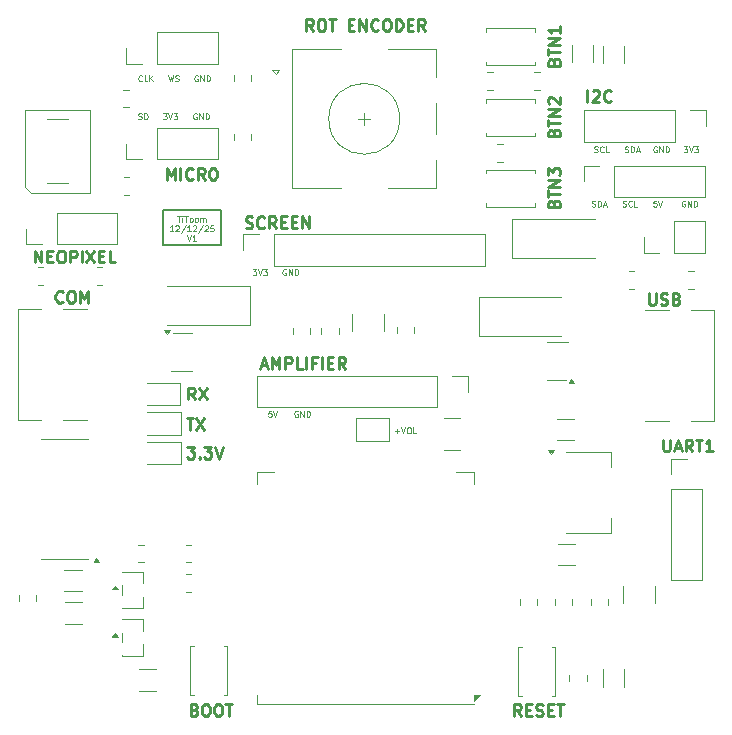
<source format=gbr>
%TF.GenerationSoftware,KiCad,Pcbnew,9.0.6*%
%TF.CreationDate,2025-12-12T18:11:39+01:00*%
%TF.ProjectId,PCB,5043422e-6b69-4636-9164-5f7063625858,rev?*%
%TF.SameCoordinates,Original*%
%TF.FileFunction,Legend,Top*%
%TF.FilePolarity,Positive*%
%FSLAX46Y46*%
G04 Gerber Fmt 4.6, Leading zero omitted, Abs format (unit mm)*
G04 Created by KiCad (PCBNEW 9.0.6) date 2025-12-12 18:11:39*
%MOMM*%
%LPD*%
G01*
G04 APERTURE LIST*
%ADD10C,0.200000*%
%ADD11C,0.125000*%
%ADD12C,0.250000*%
%ADD13C,0.120000*%
G04 APERTURE END LIST*
D10*
X148850000Y-95400000D02*
X153750000Y-95400000D01*
X153750000Y-98400000D01*
X148850000Y-98400000D01*
X148850000Y-95400000D01*
D11*
X150061905Y-95922365D02*
X150347619Y-95922365D01*
X150204762Y-96422365D02*
X150204762Y-95922365D01*
X150514285Y-96422365D02*
X150514285Y-96089032D01*
X150514285Y-95922365D02*
X150490476Y-95946175D01*
X150490476Y-95946175D02*
X150514285Y-95969984D01*
X150514285Y-95969984D02*
X150538095Y-95946175D01*
X150538095Y-95946175D02*
X150514285Y-95922365D01*
X150514285Y-95922365D02*
X150514285Y-95969984D01*
X150680952Y-95922365D02*
X150966666Y-95922365D01*
X150823809Y-96422365D02*
X150823809Y-95922365D01*
X151204761Y-96422365D02*
X151157142Y-96398556D01*
X151157142Y-96398556D02*
X151133332Y-96374746D01*
X151133332Y-96374746D02*
X151109523Y-96327127D01*
X151109523Y-96327127D02*
X151109523Y-96184270D01*
X151109523Y-96184270D02*
X151133332Y-96136651D01*
X151133332Y-96136651D02*
X151157142Y-96112841D01*
X151157142Y-96112841D02*
X151204761Y-96089032D01*
X151204761Y-96089032D02*
X151276189Y-96089032D01*
X151276189Y-96089032D02*
X151323808Y-96112841D01*
X151323808Y-96112841D02*
X151347618Y-96136651D01*
X151347618Y-96136651D02*
X151371427Y-96184270D01*
X151371427Y-96184270D02*
X151371427Y-96327127D01*
X151371427Y-96327127D02*
X151347618Y-96374746D01*
X151347618Y-96374746D02*
X151323808Y-96398556D01*
X151323808Y-96398556D02*
X151276189Y-96422365D01*
X151276189Y-96422365D02*
X151204761Y-96422365D01*
X151657142Y-96422365D02*
X151609523Y-96398556D01*
X151609523Y-96398556D02*
X151585713Y-96374746D01*
X151585713Y-96374746D02*
X151561904Y-96327127D01*
X151561904Y-96327127D02*
X151561904Y-96184270D01*
X151561904Y-96184270D02*
X151585713Y-96136651D01*
X151585713Y-96136651D02*
X151609523Y-96112841D01*
X151609523Y-96112841D02*
X151657142Y-96089032D01*
X151657142Y-96089032D02*
X151728570Y-96089032D01*
X151728570Y-96089032D02*
X151776189Y-96112841D01*
X151776189Y-96112841D02*
X151799999Y-96136651D01*
X151799999Y-96136651D02*
X151823808Y-96184270D01*
X151823808Y-96184270D02*
X151823808Y-96327127D01*
X151823808Y-96327127D02*
X151799999Y-96374746D01*
X151799999Y-96374746D02*
X151776189Y-96398556D01*
X151776189Y-96398556D02*
X151728570Y-96422365D01*
X151728570Y-96422365D02*
X151657142Y-96422365D01*
X152038094Y-96422365D02*
X152038094Y-96089032D01*
X152038094Y-96136651D02*
X152061904Y-96112841D01*
X152061904Y-96112841D02*
X152109523Y-96089032D01*
X152109523Y-96089032D02*
X152180951Y-96089032D01*
X152180951Y-96089032D02*
X152228570Y-96112841D01*
X152228570Y-96112841D02*
X152252380Y-96160460D01*
X152252380Y-96160460D02*
X152252380Y-96422365D01*
X152252380Y-96160460D02*
X152276189Y-96112841D01*
X152276189Y-96112841D02*
X152323808Y-96089032D01*
X152323808Y-96089032D02*
X152395237Y-96089032D01*
X152395237Y-96089032D02*
X152442856Y-96112841D01*
X152442856Y-96112841D02*
X152466666Y-96160460D01*
X152466666Y-96160460D02*
X152466666Y-96422365D01*
X149728572Y-97227337D02*
X149442858Y-97227337D01*
X149585715Y-97227337D02*
X149585715Y-96727337D01*
X149585715Y-96727337D02*
X149538096Y-96798766D01*
X149538096Y-96798766D02*
X149490477Y-96846385D01*
X149490477Y-96846385D02*
X149442858Y-96870194D01*
X149919048Y-96774956D02*
X149942857Y-96751147D01*
X149942857Y-96751147D02*
X149990476Y-96727337D01*
X149990476Y-96727337D02*
X150109524Y-96727337D01*
X150109524Y-96727337D02*
X150157143Y-96751147D01*
X150157143Y-96751147D02*
X150180952Y-96774956D01*
X150180952Y-96774956D02*
X150204762Y-96822575D01*
X150204762Y-96822575D02*
X150204762Y-96870194D01*
X150204762Y-96870194D02*
X150180952Y-96941623D01*
X150180952Y-96941623D02*
X149895238Y-97227337D01*
X149895238Y-97227337D02*
X150204762Y-97227337D01*
X150776190Y-96703528D02*
X150347619Y-97346385D01*
X151204762Y-97227337D02*
X150919048Y-97227337D01*
X151061905Y-97227337D02*
X151061905Y-96727337D01*
X151061905Y-96727337D02*
X151014286Y-96798766D01*
X151014286Y-96798766D02*
X150966667Y-96846385D01*
X150966667Y-96846385D02*
X150919048Y-96870194D01*
X151395238Y-96774956D02*
X151419047Y-96751147D01*
X151419047Y-96751147D02*
X151466666Y-96727337D01*
X151466666Y-96727337D02*
X151585714Y-96727337D01*
X151585714Y-96727337D02*
X151633333Y-96751147D01*
X151633333Y-96751147D02*
X151657142Y-96774956D01*
X151657142Y-96774956D02*
X151680952Y-96822575D01*
X151680952Y-96822575D02*
X151680952Y-96870194D01*
X151680952Y-96870194D02*
X151657142Y-96941623D01*
X151657142Y-96941623D02*
X151371428Y-97227337D01*
X151371428Y-97227337D02*
X151680952Y-97227337D01*
X152252380Y-96703528D02*
X151823809Y-97346385D01*
X152395238Y-96774956D02*
X152419047Y-96751147D01*
X152419047Y-96751147D02*
X152466666Y-96727337D01*
X152466666Y-96727337D02*
X152585714Y-96727337D01*
X152585714Y-96727337D02*
X152633333Y-96751147D01*
X152633333Y-96751147D02*
X152657142Y-96774956D01*
X152657142Y-96774956D02*
X152680952Y-96822575D01*
X152680952Y-96822575D02*
X152680952Y-96870194D01*
X152680952Y-96870194D02*
X152657142Y-96941623D01*
X152657142Y-96941623D02*
X152371428Y-97227337D01*
X152371428Y-97227337D02*
X152680952Y-97227337D01*
X153133332Y-96727337D02*
X152895237Y-96727337D01*
X152895237Y-96727337D02*
X152871428Y-96965432D01*
X152871428Y-96965432D02*
X152895237Y-96941623D01*
X152895237Y-96941623D02*
X152942856Y-96917813D01*
X152942856Y-96917813D02*
X153061904Y-96917813D01*
X153061904Y-96917813D02*
X153109523Y-96941623D01*
X153109523Y-96941623D02*
X153133332Y-96965432D01*
X153133332Y-96965432D02*
X153157142Y-97013051D01*
X153157142Y-97013051D02*
X153157142Y-97132099D01*
X153157142Y-97132099D02*
X153133332Y-97179718D01*
X153133332Y-97179718D02*
X153109523Y-97203528D01*
X153109523Y-97203528D02*
X153061904Y-97227337D01*
X153061904Y-97227337D02*
X152942856Y-97227337D01*
X152942856Y-97227337D02*
X152895237Y-97203528D01*
X152895237Y-97203528D02*
X152871428Y-97179718D01*
X150895239Y-97532309D02*
X151061905Y-98032309D01*
X151061905Y-98032309D02*
X151228572Y-97532309D01*
X151657143Y-98032309D02*
X151371429Y-98032309D01*
X151514286Y-98032309D02*
X151514286Y-97532309D01*
X151514286Y-97532309D02*
X151466667Y-97603738D01*
X151466667Y-97603738D02*
X151419048Y-97651357D01*
X151419048Y-97651357D02*
X151371429Y-97675166D01*
X187777474Y-95108500D02*
X187848902Y-95132309D01*
X187848902Y-95132309D02*
X187967950Y-95132309D01*
X187967950Y-95132309D02*
X188015569Y-95108500D01*
X188015569Y-95108500D02*
X188039378Y-95084690D01*
X188039378Y-95084690D02*
X188063188Y-95037071D01*
X188063188Y-95037071D02*
X188063188Y-94989452D01*
X188063188Y-94989452D02*
X188039378Y-94941833D01*
X188039378Y-94941833D02*
X188015569Y-94918023D01*
X188015569Y-94918023D02*
X187967950Y-94894214D01*
X187967950Y-94894214D02*
X187872712Y-94870404D01*
X187872712Y-94870404D02*
X187825093Y-94846595D01*
X187825093Y-94846595D02*
X187801283Y-94822785D01*
X187801283Y-94822785D02*
X187777474Y-94775166D01*
X187777474Y-94775166D02*
X187777474Y-94727547D01*
X187777474Y-94727547D02*
X187801283Y-94679928D01*
X187801283Y-94679928D02*
X187825093Y-94656119D01*
X187825093Y-94656119D02*
X187872712Y-94632309D01*
X187872712Y-94632309D02*
X187991759Y-94632309D01*
X187991759Y-94632309D02*
X188063188Y-94656119D01*
X188563187Y-95084690D02*
X188539378Y-95108500D01*
X188539378Y-95108500D02*
X188467949Y-95132309D01*
X188467949Y-95132309D02*
X188420330Y-95132309D01*
X188420330Y-95132309D02*
X188348902Y-95108500D01*
X188348902Y-95108500D02*
X188301283Y-95060880D01*
X188301283Y-95060880D02*
X188277473Y-95013261D01*
X188277473Y-95013261D02*
X188253664Y-94918023D01*
X188253664Y-94918023D02*
X188253664Y-94846595D01*
X188253664Y-94846595D02*
X188277473Y-94751357D01*
X188277473Y-94751357D02*
X188301283Y-94703738D01*
X188301283Y-94703738D02*
X188348902Y-94656119D01*
X188348902Y-94656119D02*
X188420330Y-94632309D01*
X188420330Y-94632309D02*
X188467949Y-94632309D01*
X188467949Y-94632309D02*
X188539378Y-94656119D01*
X188539378Y-94656119D02*
X188563187Y-94679928D01*
X189015568Y-95132309D02*
X188777473Y-95132309D01*
X188777473Y-95132309D02*
X188777473Y-94632309D01*
D12*
X184802568Y-86264619D02*
X184802568Y-85264619D01*
X185231139Y-85359857D02*
X185278758Y-85312238D01*
X185278758Y-85312238D02*
X185373996Y-85264619D01*
X185373996Y-85264619D02*
X185612091Y-85264619D01*
X185612091Y-85264619D02*
X185707329Y-85312238D01*
X185707329Y-85312238D02*
X185754948Y-85359857D01*
X185754948Y-85359857D02*
X185802567Y-85455095D01*
X185802567Y-85455095D02*
X185802567Y-85550333D01*
X185802567Y-85550333D02*
X185754948Y-85693190D01*
X185754948Y-85693190D02*
X185183520Y-86264619D01*
X185183520Y-86264619D02*
X185802567Y-86264619D01*
X186802567Y-86169380D02*
X186754948Y-86217000D01*
X186754948Y-86217000D02*
X186612091Y-86264619D01*
X186612091Y-86264619D02*
X186516853Y-86264619D01*
X186516853Y-86264619D02*
X186373996Y-86217000D01*
X186373996Y-86217000D02*
X186278758Y-86121761D01*
X186278758Y-86121761D02*
X186231139Y-86026523D01*
X186231139Y-86026523D02*
X186183520Y-85836047D01*
X186183520Y-85836047D02*
X186183520Y-85693190D01*
X186183520Y-85693190D02*
X186231139Y-85502714D01*
X186231139Y-85502714D02*
X186278758Y-85407476D01*
X186278758Y-85407476D02*
X186373996Y-85312238D01*
X186373996Y-85312238D02*
X186516853Y-85264619D01*
X186516853Y-85264619D02*
X186612091Y-85264619D01*
X186612091Y-85264619D02*
X186754948Y-85312238D01*
X186754948Y-85312238D02*
X186802567Y-85359857D01*
X181940809Y-88864098D02*
X181988428Y-88721241D01*
X181988428Y-88721241D02*
X182036047Y-88673622D01*
X182036047Y-88673622D02*
X182131285Y-88626003D01*
X182131285Y-88626003D02*
X182274142Y-88626003D01*
X182274142Y-88626003D02*
X182369380Y-88673622D01*
X182369380Y-88673622D02*
X182417000Y-88721241D01*
X182417000Y-88721241D02*
X182464619Y-88816479D01*
X182464619Y-88816479D02*
X182464619Y-89197431D01*
X182464619Y-89197431D02*
X181464619Y-89197431D01*
X181464619Y-89197431D02*
X181464619Y-88864098D01*
X181464619Y-88864098D02*
X181512238Y-88768860D01*
X181512238Y-88768860D02*
X181559857Y-88721241D01*
X181559857Y-88721241D02*
X181655095Y-88673622D01*
X181655095Y-88673622D02*
X181750333Y-88673622D01*
X181750333Y-88673622D02*
X181845571Y-88721241D01*
X181845571Y-88721241D02*
X181893190Y-88768860D01*
X181893190Y-88768860D02*
X181940809Y-88864098D01*
X181940809Y-88864098D02*
X181940809Y-89197431D01*
X181464619Y-88340288D02*
X181464619Y-87768860D01*
X182464619Y-88054574D02*
X181464619Y-88054574D01*
X182464619Y-87435526D02*
X181464619Y-87435526D01*
X181464619Y-87435526D02*
X182464619Y-86864098D01*
X182464619Y-86864098D02*
X181464619Y-86864098D01*
X181559857Y-86435526D02*
X181512238Y-86387907D01*
X181512238Y-86387907D02*
X181464619Y-86292669D01*
X181464619Y-86292669D02*
X181464619Y-86054574D01*
X181464619Y-86054574D02*
X181512238Y-85959336D01*
X181512238Y-85959336D02*
X181559857Y-85911717D01*
X181559857Y-85911717D02*
X181655095Y-85864098D01*
X181655095Y-85864098D02*
X181750333Y-85864098D01*
X181750333Y-85864098D02*
X181893190Y-85911717D01*
X181893190Y-85911717D02*
X182464619Y-86483145D01*
X182464619Y-86483145D02*
X182464619Y-85864098D01*
X150859711Y-113064619D02*
X151431139Y-113064619D01*
X151145425Y-114064619D02*
X151145425Y-113064619D01*
X151669235Y-113064619D02*
X152335901Y-114064619D01*
X152335901Y-113064619D02*
X151669235Y-114064619D01*
X191202568Y-114864619D02*
X191202568Y-115674142D01*
X191202568Y-115674142D02*
X191250187Y-115769380D01*
X191250187Y-115769380D02*
X191297806Y-115817000D01*
X191297806Y-115817000D02*
X191393044Y-115864619D01*
X191393044Y-115864619D02*
X191583520Y-115864619D01*
X191583520Y-115864619D02*
X191678758Y-115817000D01*
X191678758Y-115817000D02*
X191726377Y-115769380D01*
X191726377Y-115769380D02*
X191773996Y-115674142D01*
X191773996Y-115674142D02*
X191773996Y-114864619D01*
X192202568Y-115578904D02*
X192678758Y-115578904D01*
X192107330Y-115864619D02*
X192440663Y-114864619D01*
X192440663Y-114864619D02*
X192773996Y-115864619D01*
X193678758Y-115864619D02*
X193345425Y-115388428D01*
X193107330Y-115864619D02*
X193107330Y-114864619D01*
X193107330Y-114864619D02*
X193488282Y-114864619D01*
X193488282Y-114864619D02*
X193583520Y-114912238D01*
X193583520Y-114912238D02*
X193631139Y-114959857D01*
X193631139Y-114959857D02*
X193678758Y-115055095D01*
X193678758Y-115055095D02*
X193678758Y-115197952D01*
X193678758Y-115197952D02*
X193631139Y-115293190D01*
X193631139Y-115293190D02*
X193583520Y-115340809D01*
X193583520Y-115340809D02*
X193488282Y-115388428D01*
X193488282Y-115388428D02*
X193107330Y-115388428D01*
X193964473Y-114864619D02*
X194535901Y-114864619D01*
X194250187Y-115864619D02*
X194250187Y-114864619D01*
X195393044Y-115864619D02*
X194821616Y-115864619D01*
X195107330Y-115864619D02*
X195107330Y-114864619D01*
X195107330Y-114864619D02*
X195012092Y-115007476D01*
X195012092Y-115007476D02*
X194916854Y-115102714D01*
X194916854Y-115102714D02*
X194821616Y-115150333D01*
D11*
X185377474Y-90508500D02*
X185448902Y-90532309D01*
X185448902Y-90532309D02*
X185567950Y-90532309D01*
X185567950Y-90532309D02*
X185615569Y-90508500D01*
X185615569Y-90508500D02*
X185639378Y-90484690D01*
X185639378Y-90484690D02*
X185663188Y-90437071D01*
X185663188Y-90437071D02*
X185663188Y-90389452D01*
X185663188Y-90389452D02*
X185639378Y-90341833D01*
X185639378Y-90341833D02*
X185615569Y-90318023D01*
X185615569Y-90318023D02*
X185567950Y-90294214D01*
X185567950Y-90294214D02*
X185472712Y-90270404D01*
X185472712Y-90270404D02*
X185425093Y-90246595D01*
X185425093Y-90246595D02*
X185401283Y-90222785D01*
X185401283Y-90222785D02*
X185377474Y-90175166D01*
X185377474Y-90175166D02*
X185377474Y-90127547D01*
X185377474Y-90127547D02*
X185401283Y-90079928D01*
X185401283Y-90079928D02*
X185425093Y-90056119D01*
X185425093Y-90056119D02*
X185472712Y-90032309D01*
X185472712Y-90032309D02*
X185591759Y-90032309D01*
X185591759Y-90032309D02*
X185663188Y-90056119D01*
X186163187Y-90484690D02*
X186139378Y-90508500D01*
X186139378Y-90508500D02*
X186067949Y-90532309D01*
X186067949Y-90532309D02*
X186020330Y-90532309D01*
X186020330Y-90532309D02*
X185948902Y-90508500D01*
X185948902Y-90508500D02*
X185901283Y-90460880D01*
X185901283Y-90460880D02*
X185877473Y-90413261D01*
X185877473Y-90413261D02*
X185853664Y-90318023D01*
X185853664Y-90318023D02*
X185853664Y-90246595D01*
X185853664Y-90246595D02*
X185877473Y-90151357D01*
X185877473Y-90151357D02*
X185901283Y-90103738D01*
X185901283Y-90103738D02*
X185948902Y-90056119D01*
X185948902Y-90056119D02*
X186020330Y-90032309D01*
X186020330Y-90032309D02*
X186067949Y-90032309D01*
X186067949Y-90032309D02*
X186139378Y-90056119D01*
X186139378Y-90056119D02*
X186163187Y-90079928D01*
X186615568Y-90532309D02*
X186377473Y-90532309D01*
X186377473Y-90532309D02*
X186377473Y-90032309D01*
D12*
X161573996Y-80264619D02*
X161240663Y-79788428D01*
X161002568Y-80264619D02*
X161002568Y-79264619D01*
X161002568Y-79264619D02*
X161383520Y-79264619D01*
X161383520Y-79264619D02*
X161478758Y-79312238D01*
X161478758Y-79312238D02*
X161526377Y-79359857D01*
X161526377Y-79359857D02*
X161573996Y-79455095D01*
X161573996Y-79455095D02*
X161573996Y-79597952D01*
X161573996Y-79597952D02*
X161526377Y-79693190D01*
X161526377Y-79693190D02*
X161478758Y-79740809D01*
X161478758Y-79740809D02*
X161383520Y-79788428D01*
X161383520Y-79788428D02*
X161002568Y-79788428D01*
X162193044Y-79264619D02*
X162383520Y-79264619D01*
X162383520Y-79264619D02*
X162478758Y-79312238D01*
X162478758Y-79312238D02*
X162573996Y-79407476D01*
X162573996Y-79407476D02*
X162621615Y-79597952D01*
X162621615Y-79597952D02*
X162621615Y-79931285D01*
X162621615Y-79931285D02*
X162573996Y-80121761D01*
X162573996Y-80121761D02*
X162478758Y-80217000D01*
X162478758Y-80217000D02*
X162383520Y-80264619D01*
X162383520Y-80264619D02*
X162193044Y-80264619D01*
X162193044Y-80264619D02*
X162097806Y-80217000D01*
X162097806Y-80217000D02*
X162002568Y-80121761D01*
X162002568Y-80121761D02*
X161954949Y-79931285D01*
X161954949Y-79931285D02*
X161954949Y-79597952D01*
X161954949Y-79597952D02*
X162002568Y-79407476D01*
X162002568Y-79407476D02*
X162097806Y-79312238D01*
X162097806Y-79312238D02*
X162193044Y-79264619D01*
X162907330Y-79264619D02*
X163478758Y-79264619D01*
X163193044Y-80264619D02*
X163193044Y-79264619D01*
X164573997Y-79740809D02*
X164907330Y-79740809D01*
X165050187Y-80264619D02*
X164573997Y-80264619D01*
X164573997Y-80264619D02*
X164573997Y-79264619D01*
X164573997Y-79264619D02*
X165050187Y-79264619D01*
X165478759Y-80264619D02*
X165478759Y-79264619D01*
X165478759Y-79264619D02*
X166050187Y-80264619D01*
X166050187Y-80264619D02*
X166050187Y-79264619D01*
X167097806Y-80169380D02*
X167050187Y-80217000D01*
X167050187Y-80217000D02*
X166907330Y-80264619D01*
X166907330Y-80264619D02*
X166812092Y-80264619D01*
X166812092Y-80264619D02*
X166669235Y-80217000D01*
X166669235Y-80217000D02*
X166573997Y-80121761D01*
X166573997Y-80121761D02*
X166526378Y-80026523D01*
X166526378Y-80026523D02*
X166478759Y-79836047D01*
X166478759Y-79836047D02*
X166478759Y-79693190D01*
X166478759Y-79693190D02*
X166526378Y-79502714D01*
X166526378Y-79502714D02*
X166573997Y-79407476D01*
X166573997Y-79407476D02*
X166669235Y-79312238D01*
X166669235Y-79312238D02*
X166812092Y-79264619D01*
X166812092Y-79264619D02*
X166907330Y-79264619D01*
X166907330Y-79264619D02*
X167050187Y-79312238D01*
X167050187Y-79312238D02*
X167097806Y-79359857D01*
X167716854Y-79264619D02*
X167907330Y-79264619D01*
X167907330Y-79264619D02*
X168002568Y-79312238D01*
X168002568Y-79312238D02*
X168097806Y-79407476D01*
X168097806Y-79407476D02*
X168145425Y-79597952D01*
X168145425Y-79597952D02*
X168145425Y-79931285D01*
X168145425Y-79931285D02*
X168097806Y-80121761D01*
X168097806Y-80121761D02*
X168002568Y-80217000D01*
X168002568Y-80217000D02*
X167907330Y-80264619D01*
X167907330Y-80264619D02*
X167716854Y-80264619D01*
X167716854Y-80264619D02*
X167621616Y-80217000D01*
X167621616Y-80217000D02*
X167526378Y-80121761D01*
X167526378Y-80121761D02*
X167478759Y-79931285D01*
X167478759Y-79931285D02*
X167478759Y-79597952D01*
X167478759Y-79597952D02*
X167526378Y-79407476D01*
X167526378Y-79407476D02*
X167621616Y-79312238D01*
X167621616Y-79312238D02*
X167716854Y-79264619D01*
X168573997Y-80264619D02*
X168573997Y-79264619D01*
X168573997Y-79264619D02*
X168812092Y-79264619D01*
X168812092Y-79264619D02*
X168954949Y-79312238D01*
X168954949Y-79312238D02*
X169050187Y-79407476D01*
X169050187Y-79407476D02*
X169097806Y-79502714D01*
X169097806Y-79502714D02*
X169145425Y-79693190D01*
X169145425Y-79693190D02*
X169145425Y-79836047D01*
X169145425Y-79836047D02*
X169097806Y-80026523D01*
X169097806Y-80026523D02*
X169050187Y-80121761D01*
X169050187Y-80121761D02*
X168954949Y-80217000D01*
X168954949Y-80217000D02*
X168812092Y-80264619D01*
X168812092Y-80264619D02*
X168573997Y-80264619D01*
X169573997Y-79740809D02*
X169907330Y-79740809D01*
X170050187Y-80264619D02*
X169573997Y-80264619D01*
X169573997Y-80264619D02*
X169573997Y-79264619D01*
X169573997Y-79264619D02*
X170050187Y-79264619D01*
X171050187Y-80264619D02*
X170716854Y-79788428D01*
X170478759Y-80264619D02*
X170478759Y-79264619D01*
X170478759Y-79264619D02*
X170859711Y-79264619D01*
X170859711Y-79264619D02*
X170954949Y-79312238D01*
X170954949Y-79312238D02*
X171002568Y-79359857D01*
X171002568Y-79359857D02*
X171050187Y-79455095D01*
X171050187Y-79455095D02*
X171050187Y-79597952D01*
X171050187Y-79597952D02*
X171002568Y-79693190D01*
X171002568Y-79693190D02*
X170954949Y-79740809D01*
X170954949Y-79740809D02*
X170859711Y-79788428D01*
X170859711Y-79788428D02*
X170478759Y-79788428D01*
D11*
X168501283Y-114141833D02*
X168882236Y-114141833D01*
X168691759Y-114332309D02*
X168691759Y-113951357D01*
X169048903Y-113832309D02*
X169215569Y-114332309D01*
X169215569Y-114332309D02*
X169382236Y-113832309D01*
X169644140Y-113832309D02*
X169739378Y-113832309D01*
X169739378Y-113832309D02*
X169786997Y-113856119D01*
X169786997Y-113856119D02*
X169834616Y-113903738D01*
X169834616Y-113903738D02*
X169858426Y-113998976D01*
X169858426Y-113998976D02*
X169858426Y-114165642D01*
X169858426Y-114165642D02*
X169834616Y-114260880D01*
X169834616Y-114260880D02*
X169786997Y-114308500D01*
X169786997Y-114308500D02*
X169739378Y-114332309D01*
X169739378Y-114332309D02*
X169644140Y-114332309D01*
X169644140Y-114332309D02*
X169596521Y-114308500D01*
X169596521Y-114308500D02*
X169548902Y-114260880D01*
X169548902Y-114260880D02*
X169525093Y-114165642D01*
X169525093Y-114165642D02*
X169525093Y-113998976D01*
X169525093Y-113998976D02*
X169548902Y-113903738D01*
X169548902Y-113903738D02*
X169596521Y-113856119D01*
X169596521Y-113856119D02*
X169644140Y-113832309D01*
X170310807Y-114332309D02*
X170072712Y-114332309D01*
X170072712Y-114332309D02*
X170072712Y-113832309D01*
X159263188Y-100456119D02*
X159215569Y-100432309D01*
X159215569Y-100432309D02*
X159144140Y-100432309D01*
X159144140Y-100432309D02*
X159072712Y-100456119D01*
X159072712Y-100456119D02*
X159025093Y-100503738D01*
X159025093Y-100503738D02*
X159001283Y-100551357D01*
X159001283Y-100551357D02*
X158977474Y-100646595D01*
X158977474Y-100646595D02*
X158977474Y-100718023D01*
X158977474Y-100718023D02*
X159001283Y-100813261D01*
X159001283Y-100813261D02*
X159025093Y-100860880D01*
X159025093Y-100860880D02*
X159072712Y-100908500D01*
X159072712Y-100908500D02*
X159144140Y-100932309D01*
X159144140Y-100932309D02*
X159191759Y-100932309D01*
X159191759Y-100932309D02*
X159263188Y-100908500D01*
X159263188Y-100908500D02*
X159286997Y-100884690D01*
X159286997Y-100884690D02*
X159286997Y-100718023D01*
X159286997Y-100718023D02*
X159191759Y-100718023D01*
X159501283Y-100932309D02*
X159501283Y-100432309D01*
X159501283Y-100432309D02*
X159786997Y-100932309D01*
X159786997Y-100932309D02*
X159786997Y-100432309D01*
X160025093Y-100932309D02*
X160025093Y-100432309D01*
X160025093Y-100432309D02*
X160144141Y-100432309D01*
X160144141Y-100432309D02*
X160215569Y-100456119D01*
X160215569Y-100456119D02*
X160263188Y-100503738D01*
X160263188Y-100503738D02*
X160286998Y-100551357D01*
X160286998Y-100551357D02*
X160310807Y-100646595D01*
X160310807Y-100646595D02*
X160310807Y-100718023D01*
X160310807Y-100718023D02*
X160286998Y-100813261D01*
X160286998Y-100813261D02*
X160263188Y-100860880D01*
X160263188Y-100860880D02*
X160215569Y-100908500D01*
X160215569Y-100908500D02*
X160144141Y-100932309D01*
X160144141Y-100932309D02*
X160025093Y-100932309D01*
D12*
X181940809Y-94864098D02*
X181988428Y-94721241D01*
X181988428Y-94721241D02*
X182036047Y-94673622D01*
X182036047Y-94673622D02*
X182131285Y-94626003D01*
X182131285Y-94626003D02*
X182274142Y-94626003D01*
X182274142Y-94626003D02*
X182369380Y-94673622D01*
X182369380Y-94673622D02*
X182417000Y-94721241D01*
X182417000Y-94721241D02*
X182464619Y-94816479D01*
X182464619Y-94816479D02*
X182464619Y-95197431D01*
X182464619Y-95197431D02*
X181464619Y-95197431D01*
X181464619Y-95197431D02*
X181464619Y-94864098D01*
X181464619Y-94864098D02*
X181512238Y-94768860D01*
X181512238Y-94768860D02*
X181559857Y-94721241D01*
X181559857Y-94721241D02*
X181655095Y-94673622D01*
X181655095Y-94673622D02*
X181750333Y-94673622D01*
X181750333Y-94673622D02*
X181845571Y-94721241D01*
X181845571Y-94721241D02*
X181893190Y-94768860D01*
X181893190Y-94768860D02*
X181940809Y-94864098D01*
X181940809Y-94864098D02*
X181940809Y-95197431D01*
X181464619Y-94340288D02*
X181464619Y-93768860D01*
X182464619Y-94054574D02*
X181464619Y-94054574D01*
X182464619Y-93435526D02*
X181464619Y-93435526D01*
X181464619Y-93435526D02*
X182464619Y-92864098D01*
X182464619Y-92864098D02*
X181464619Y-92864098D01*
X181464619Y-92483145D02*
X181464619Y-91864098D01*
X181464619Y-91864098D02*
X181845571Y-92197431D01*
X181845571Y-92197431D02*
X181845571Y-92054574D01*
X181845571Y-92054574D02*
X181893190Y-91959336D01*
X181893190Y-91959336D02*
X181940809Y-91911717D01*
X181940809Y-91911717D02*
X182036047Y-91864098D01*
X182036047Y-91864098D02*
X182274142Y-91864098D01*
X182274142Y-91864098D02*
X182369380Y-91911717D01*
X182369380Y-91911717D02*
X182417000Y-91959336D01*
X182417000Y-91959336D02*
X182464619Y-92054574D01*
X182464619Y-92054574D02*
X182464619Y-92340288D01*
X182464619Y-92340288D02*
X182417000Y-92435526D01*
X182417000Y-92435526D02*
X182369380Y-92483145D01*
X138002568Y-99864619D02*
X138002568Y-98864619D01*
X138002568Y-98864619D02*
X138573996Y-99864619D01*
X138573996Y-99864619D02*
X138573996Y-98864619D01*
X139050187Y-99340809D02*
X139383520Y-99340809D01*
X139526377Y-99864619D02*
X139050187Y-99864619D01*
X139050187Y-99864619D02*
X139050187Y-98864619D01*
X139050187Y-98864619D02*
X139526377Y-98864619D01*
X140145425Y-98864619D02*
X140335901Y-98864619D01*
X140335901Y-98864619D02*
X140431139Y-98912238D01*
X140431139Y-98912238D02*
X140526377Y-99007476D01*
X140526377Y-99007476D02*
X140573996Y-99197952D01*
X140573996Y-99197952D02*
X140573996Y-99531285D01*
X140573996Y-99531285D02*
X140526377Y-99721761D01*
X140526377Y-99721761D02*
X140431139Y-99817000D01*
X140431139Y-99817000D02*
X140335901Y-99864619D01*
X140335901Y-99864619D02*
X140145425Y-99864619D01*
X140145425Y-99864619D02*
X140050187Y-99817000D01*
X140050187Y-99817000D02*
X139954949Y-99721761D01*
X139954949Y-99721761D02*
X139907330Y-99531285D01*
X139907330Y-99531285D02*
X139907330Y-99197952D01*
X139907330Y-99197952D02*
X139954949Y-99007476D01*
X139954949Y-99007476D02*
X140050187Y-98912238D01*
X140050187Y-98912238D02*
X140145425Y-98864619D01*
X141002568Y-99864619D02*
X141002568Y-98864619D01*
X141002568Y-98864619D02*
X141383520Y-98864619D01*
X141383520Y-98864619D02*
X141478758Y-98912238D01*
X141478758Y-98912238D02*
X141526377Y-98959857D01*
X141526377Y-98959857D02*
X141573996Y-99055095D01*
X141573996Y-99055095D02*
X141573996Y-99197952D01*
X141573996Y-99197952D02*
X141526377Y-99293190D01*
X141526377Y-99293190D02*
X141478758Y-99340809D01*
X141478758Y-99340809D02*
X141383520Y-99388428D01*
X141383520Y-99388428D02*
X141002568Y-99388428D01*
X142002568Y-99864619D02*
X142002568Y-98864619D01*
X142383520Y-98864619D02*
X143050186Y-99864619D01*
X143050186Y-98864619D02*
X142383520Y-99864619D01*
X143431139Y-99340809D02*
X143764472Y-99340809D01*
X143907329Y-99864619D02*
X143431139Y-99864619D01*
X143431139Y-99864619D02*
X143431139Y-98864619D01*
X143431139Y-98864619D02*
X143907329Y-98864619D01*
X144812091Y-99864619D02*
X144335901Y-99864619D01*
X144335901Y-99864619D02*
X144335901Y-98864619D01*
D11*
X190639378Y-94632309D02*
X190401283Y-94632309D01*
X190401283Y-94632309D02*
X190377474Y-94870404D01*
X190377474Y-94870404D02*
X190401283Y-94846595D01*
X190401283Y-94846595D02*
X190448902Y-94822785D01*
X190448902Y-94822785D02*
X190567950Y-94822785D01*
X190567950Y-94822785D02*
X190615569Y-94846595D01*
X190615569Y-94846595D02*
X190639378Y-94870404D01*
X190639378Y-94870404D02*
X190663188Y-94918023D01*
X190663188Y-94918023D02*
X190663188Y-95037071D01*
X190663188Y-95037071D02*
X190639378Y-95084690D01*
X190639378Y-95084690D02*
X190615569Y-95108500D01*
X190615569Y-95108500D02*
X190567950Y-95132309D01*
X190567950Y-95132309D02*
X190448902Y-95132309D01*
X190448902Y-95132309D02*
X190401283Y-95108500D01*
X190401283Y-95108500D02*
X190377474Y-95084690D01*
X190806045Y-94632309D02*
X190972711Y-95132309D01*
X190972711Y-95132309D02*
X191139378Y-94632309D01*
X190663188Y-90056119D02*
X190615569Y-90032309D01*
X190615569Y-90032309D02*
X190544140Y-90032309D01*
X190544140Y-90032309D02*
X190472712Y-90056119D01*
X190472712Y-90056119D02*
X190425093Y-90103738D01*
X190425093Y-90103738D02*
X190401283Y-90151357D01*
X190401283Y-90151357D02*
X190377474Y-90246595D01*
X190377474Y-90246595D02*
X190377474Y-90318023D01*
X190377474Y-90318023D02*
X190401283Y-90413261D01*
X190401283Y-90413261D02*
X190425093Y-90460880D01*
X190425093Y-90460880D02*
X190472712Y-90508500D01*
X190472712Y-90508500D02*
X190544140Y-90532309D01*
X190544140Y-90532309D02*
X190591759Y-90532309D01*
X190591759Y-90532309D02*
X190663188Y-90508500D01*
X190663188Y-90508500D02*
X190686997Y-90484690D01*
X190686997Y-90484690D02*
X190686997Y-90318023D01*
X190686997Y-90318023D02*
X190591759Y-90318023D01*
X190901283Y-90532309D02*
X190901283Y-90032309D01*
X190901283Y-90032309D02*
X191186997Y-90532309D01*
X191186997Y-90532309D02*
X191186997Y-90032309D01*
X191425093Y-90532309D02*
X191425093Y-90032309D01*
X191425093Y-90032309D02*
X191544141Y-90032309D01*
X191544141Y-90032309D02*
X191615569Y-90056119D01*
X191615569Y-90056119D02*
X191663188Y-90103738D01*
X191663188Y-90103738D02*
X191686998Y-90151357D01*
X191686998Y-90151357D02*
X191710807Y-90246595D01*
X191710807Y-90246595D02*
X191710807Y-90318023D01*
X191710807Y-90318023D02*
X191686998Y-90413261D01*
X191686998Y-90413261D02*
X191663188Y-90460880D01*
X191663188Y-90460880D02*
X191615569Y-90508500D01*
X191615569Y-90508500D02*
X191544141Y-90532309D01*
X191544141Y-90532309D02*
X191425093Y-90532309D01*
X192953664Y-90032309D02*
X193263188Y-90032309D01*
X193263188Y-90032309D02*
X193096521Y-90222785D01*
X193096521Y-90222785D02*
X193167950Y-90222785D01*
X193167950Y-90222785D02*
X193215569Y-90246595D01*
X193215569Y-90246595D02*
X193239378Y-90270404D01*
X193239378Y-90270404D02*
X193263188Y-90318023D01*
X193263188Y-90318023D02*
X193263188Y-90437071D01*
X193263188Y-90437071D02*
X193239378Y-90484690D01*
X193239378Y-90484690D02*
X193215569Y-90508500D01*
X193215569Y-90508500D02*
X193167950Y-90532309D01*
X193167950Y-90532309D02*
X193025093Y-90532309D01*
X193025093Y-90532309D02*
X192977474Y-90508500D01*
X192977474Y-90508500D02*
X192953664Y-90484690D01*
X193406045Y-90032309D02*
X193572711Y-90532309D01*
X193572711Y-90532309D02*
X193739378Y-90032309D01*
X193858425Y-90032309D02*
X194167949Y-90032309D01*
X194167949Y-90032309D02*
X194001282Y-90222785D01*
X194001282Y-90222785D02*
X194072711Y-90222785D01*
X194072711Y-90222785D02*
X194120330Y-90246595D01*
X194120330Y-90246595D02*
X194144139Y-90270404D01*
X194144139Y-90270404D02*
X194167949Y-90318023D01*
X194167949Y-90318023D02*
X194167949Y-90437071D01*
X194167949Y-90437071D02*
X194144139Y-90484690D01*
X194144139Y-90484690D02*
X194120330Y-90508500D01*
X194120330Y-90508500D02*
X194072711Y-90532309D01*
X194072711Y-90532309D02*
X193929854Y-90532309D01*
X193929854Y-90532309D02*
X193882235Y-90508500D01*
X193882235Y-90508500D02*
X193858425Y-90484690D01*
D12*
X190002568Y-102464619D02*
X190002568Y-103274142D01*
X190002568Y-103274142D02*
X190050187Y-103369380D01*
X190050187Y-103369380D02*
X190097806Y-103417000D01*
X190097806Y-103417000D02*
X190193044Y-103464619D01*
X190193044Y-103464619D02*
X190383520Y-103464619D01*
X190383520Y-103464619D02*
X190478758Y-103417000D01*
X190478758Y-103417000D02*
X190526377Y-103369380D01*
X190526377Y-103369380D02*
X190573996Y-103274142D01*
X190573996Y-103274142D02*
X190573996Y-102464619D01*
X191002568Y-103417000D02*
X191145425Y-103464619D01*
X191145425Y-103464619D02*
X191383520Y-103464619D01*
X191383520Y-103464619D02*
X191478758Y-103417000D01*
X191478758Y-103417000D02*
X191526377Y-103369380D01*
X191526377Y-103369380D02*
X191573996Y-103274142D01*
X191573996Y-103274142D02*
X191573996Y-103178904D01*
X191573996Y-103178904D02*
X191526377Y-103083666D01*
X191526377Y-103083666D02*
X191478758Y-103036047D01*
X191478758Y-103036047D02*
X191383520Y-102988428D01*
X191383520Y-102988428D02*
X191193044Y-102940809D01*
X191193044Y-102940809D02*
X191097806Y-102893190D01*
X191097806Y-102893190D02*
X191050187Y-102845571D01*
X191050187Y-102845571D02*
X191002568Y-102750333D01*
X191002568Y-102750333D02*
X191002568Y-102655095D01*
X191002568Y-102655095D02*
X191050187Y-102559857D01*
X191050187Y-102559857D02*
X191097806Y-102512238D01*
X191097806Y-102512238D02*
X191193044Y-102464619D01*
X191193044Y-102464619D02*
X191431139Y-102464619D01*
X191431139Y-102464619D02*
X191573996Y-102512238D01*
X192335901Y-102940809D02*
X192478758Y-102988428D01*
X192478758Y-102988428D02*
X192526377Y-103036047D01*
X192526377Y-103036047D02*
X192573996Y-103131285D01*
X192573996Y-103131285D02*
X192573996Y-103274142D01*
X192573996Y-103274142D02*
X192526377Y-103369380D01*
X192526377Y-103369380D02*
X192478758Y-103417000D01*
X192478758Y-103417000D02*
X192383520Y-103464619D01*
X192383520Y-103464619D02*
X192002568Y-103464619D01*
X192002568Y-103464619D02*
X192002568Y-102464619D01*
X192002568Y-102464619D02*
X192335901Y-102464619D01*
X192335901Y-102464619D02*
X192431139Y-102512238D01*
X192431139Y-102512238D02*
X192478758Y-102559857D01*
X192478758Y-102559857D02*
X192526377Y-102655095D01*
X192526377Y-102655095D02*
X192526377Y-102750333D01*
X192526377Y-102750333D02*
X192478758Y-102845571D01*
X192478758Y-102845571D02*
X192431139Y-102893190D01*
X192431139Y-102893190D02*
X192335901Y-102940809D01*
X192335901Y-102940809D02*
X192002568Y-102940809D01*
D11*
X193063188Y-94656119D02*
X193015569Y-94632309D01*
X193015569Y-94632309D02*
X192944140Y-94632309D01*
X192944140Y-94632309D02*
X192872712Y-94656119D01*
X192872712Y-94656119D02*
X192825093Y-94703738D01*
X192825093Y-94703738D02*
X192801283Y-94751357D01*
X192801283Y-94751357D02*
X192777474Y-94846595D01*
X192777474Y-94846595D02*
X192777474Y-94918023D01*
X192777474Y-94918023D02*
X192801283Y-95013261D01*
X192801283Y-95013261D02*
X192825093Y-95060880D01*
X192825093Y-95060880D02*
X192872712Y-95108500D01*
X192872712Y-95108500D02*
X192944140Y-95132309D01*
X192944140Y-95132309D02*
X192991759Y-95132309D01*
X192991759Y-95132309D02*
X193063188Y-95108500D01*
X193063188Y-95108500D02*
X193086997Y-95084690D01*
X193086997Y-95084690D02*
X193086997Y-94918023D01*
X193086997Y-94918023D02*
X192991759Y-94918023D01*
X193301283Y-95132309D02*
X193301283Y-94632309D01*
X193301283Y-94632309D02*
X193586997Y-95132309D01*
X193586997Y-95132309D02*
X193586997Y-94632309D01*
X193825093Y-95132309D02*
X193825093Y-94632309D01*
X193825093Y-94632309D02*
X193944141Y-94632309D01*
X193944141Y-94632309D02*
X194015569Y-94656119D01*
X194015569Y-94656119D02*
X194063188Y-94703738D01*
X194063188Y-94703738D02*
X194086998Y-94751357D01*
X194086998Y-94751357D02*
X194110807Y-94846595D01*
X194110807Y-94846595D02*
X194110807Y-94918023D01*
X194110807Y-94918023D02*
X194086998Y-95013261D01*
X194086998Y-95013261D02*
X194063188Y-95060880D01*
X194063188Y-95060880D02*
X194015569Y-95108500D01*
X194015569Y-95108500D02*
X193944141Y-95132309D01*
X193944141Y-95132309D02*
X193825093Y-95132309D01*
X160263188Y-112456119D02*
X160215569Y-112432309D01*
X160215569Y-112432309D02*
X160144140Y-112432309D01*
X160144140Y-112432309D02*
X160072712Y-112456119D01*
X160072712Y-112456119D02*
X160025093Y-112503738D01*
X160025093Y-112503738D02*
X160001283Y-112551357D01*
X160001283Y-112551357D02*
X159977474Y-112646595D01*
X159977474Y-112646595D02*
X159977474Y-112718023D01*
X159977474Y-112718023D02*
X160001283Y-112813261D01*
X160001283Y-112813261D02*
X160025093Y-112860880D01*
X160025093Y-112860880D02*
X160072712Y-112908500D01*
X160072712Y-112908500D02*
X160144140Y-112932309D01*
X160144140Y-112932309D02*
X160191759Y-112932309D01*
X160191759Y-112932309D02*
X160263188Y-112908500D01*
X160263188Y-112908500D02*
X160286997Y-112884690D01*
X160286997Y-112884690D02*
X160286997Y-112718023D01*
X160286997Y-112718023D02*
X160191759Y-112718023D01*
X160501283Y-112932309D02*
X160501283Y-112432309D01*
X160501283Y-112432309D02*
X160786997Y-112932309D01*
X160786997Y-112932309D02*
X160786997Y-112432309D01*
X161025093Y-112932309D02*
X161025093Y-112432309D01*
X161025093Y-112432309D02*
X161144141Y-112432309D01*
X161144141Y-112432309D02*
X161215569Y-112456119D01*
X161215569Y-112456119D02*
X161263188Y-112503738D01*
X161263188Y-112503738D02*
X161286998Y-112551357D01*
X161286998Y-112551357D02*
X161310807Y-112646595D01*
X161310807Y-112646595D02*
X161310807Y-112718023D01*
X161310807Y-112718023D02*
X161286998Y-112813261D01*
X161286998Y-112813261D02*
X161263188Y-112860880D01*
X161263188Y-112860880D02*
X161215569Y-112908500D01*
X161215569Y-112908500D02*
X161144141Y-112932309D01*
X161144141Y-112932309D02*
X161025093Y-112932309D01*
D12*
X157154949Y-108578904D02*
X157631139Y-108578904D01*
X157059711Y-108864619D02*
X157393044Y-107864619D01*
X157393044Y-107864619D02*
X157726377Y-108864619D01*
X158059711Y-108864619D02*
X158059711Y-107864619D01*
X158059711Y-107864619D02*
X158393044Y-108578904D01*
X158393044Y-108578904D02*
X158726377Y-107864619D01*
X158726377Y-107864619D02*
X158726377Y-108864619D01*
X159202568Y-108864619D02*
X159202568Y-107864619D01*
X159202568Y-107864619D02*
X159583520Y-107864619D01*
X159583520Y-107864619D02*
X159678758Y-107912238D01*
X159678758Y-107912238D02*
X159726377Y-107959857D01*
X159726377Y-107959857D02*
X159773996Y-108055095D01*
X159773996Y-108055095D02*
X159773996Y-108197952D01*
X159773996Y-108197952D02*
X159726377Y-108293190D01*
X159726377Y-108293190D02*
X159678758Y-108340809D01*
X159678758Y-108340809D02*
X159583520Y-108388428D01*
X159583520Y-108388428D02*
X159202568Y-108388428D01*
X160678758Y-108864619D02*
X160202568Y-108864619D01*
X160202568Y-108864619D02*
X160202568Y-107864619D01*
X161012092Y-108864619D02*
X161012092Y-107864619D01*
X161821615Y-108340809D02*
X161488282Y-108340809D01*
X161488282Y-108864619D02*
X161488282Y-107864619D01*
X161488282Y-107864619D02*
X161964472Y-107864619D01*
X162345425Y-108864619D02*
X162345425Y-107864619D01*
X162821615Y-108340809D02*
X163154948Y-108340809D01*
X163297805Y-108864619D02*
X162821615Y-108864619D01*
X162821615Y-108864619D02*
X162821615Y-107864619D01*
X162821615Y-107864619D02*
X163297805Y-107864619D01*
X164297805Y-108864619D02*
X163964472Y-108388428D01*
X163726377Y-108864619D02*
X163726377Y-107864619D01*
X163726377Y-107864619D02*
X164107329Y-107864619D01*
X164107329Y-107864619D02*
X164202567Y-107912238D01*
X164202567Y-107912238D02*
X164250186Y-107959857D01*
X164250186Y-107959857D02*
X164297805Y-108055095D01*
X164297805Y-108055095D02*
X164297805Y-108197952D01*
X164297805Y-108197952D02*
X164250186Y-108293190D01*
X164250186Y-108293190D02*
X164202567Y-108340809D01*
X164202567Y-108340809D02*
X164107329Y-108388428D01*
X164107329Y-108388428D02*
X163726377Y-108388428D01*
D11*
X147086997Y-84464802D02*
X147063188Y-84488612D01*
X147063188Y-84488612D02*
X146991759Y-84512421D01*
X146991759Y-84512421D02*
X146944140Y-84512421D01*
X146944140Y-84512421D02*
X146872712Y-84488612D01*
X146872712Y-84488612D02*
X146825093Y-84440992D01*
X146825093Y-84440992D02*
X146801283Y-84393373D01*
X146801283Y-84393373D02*
X146777474Y-84298135D01*
X146777474Y-84298135D02*
X146777474Y-84226707D01*
X146777474Y-84226707D02*
X146801283Y-84131469D01*
X146801283Y-84131469D02*
X146825093Y-84083850D01*
X146825093Y-84083850D02*
X146872712Y-84036231D01*
X146872712Y-84036231D02*
X146944140Y-84012421D01*
X146944140Y-84012421D02*
X146991759Y-84012421D01*
X146991759Y-84012421D02*
X147063188Y-84036231D01*
X147063188Y-84036231D02*
X147086997Y-84060040D01*
X147539378Y-84512421D02*
X147301283Y-84512421D01*
X147301283Y-84512421D02*
X147301283Y-84012421D01*
X147706045Y-84512421D02*
X147706045Y-84012421D01*
X147991759Y-84512421D02*
X147777474Y-84226707D01*
X147991759Y-84012421D02*
X147706045Y-84298135D01*
X149301282Y-84012421D02*
X149420330Y-84512421D01*
X149420330Y-84512421D02*
X149515568Y-84155278D01*
X149515568Y-84155278D02*
X149610806Y-84512421D01*
X149610806Y-84512421D02*
X149729854Y-84012421D01*
X149896521Y-84488612D02*
X149967949Y-84512421D01*
X149967949Y-84512421D02*
X150086997Y-84512421D01*
X150086997Y-84512421D02*
X150134616Y-84488612D01*
X150134616Y-84488612D02*
X150158425Y-84464802D01*
X150158425Y-84464802D02*
X150182235Y-84417183D01*
X150182235Y-84417183D02*
X150182235Y-84369564D01*
X150182235Y-84369564D02*
X150158425Y-84321945D01*
X150158425Y-84321945D02*
X150134616Y-84298135D01*
X150134616Y-84298135D02*
X150086997Y-84274326D01*
X150086997Y-84274326D02*
X149991759Y-84250516D01*
X149991759Y-84250516D02*
X149944140Y-84226707D01*
X149944140Y-84226707D02*
X149920330Y-84202897D01*
X149920330Y-84202897D02*
X149896521Y-84155278D01*
X149896521Y-84155278D02*
X149896521Y-84107659D01*
X149896521Y-84107659D02*
X149920330Y-84060040D01*
X149920330Y-84060040D02*
X149944140Y-84036231D01*
X149944140Y-84036231D02*
X149991759Y-84012421D01*
X149991759Y-84012421D02*
X150110806Y-84012421D01*
X150110806Y-84012421D02*
X150182235Y-84036231D01*
X151801281Y-84036231D02*
X151753662Y-84012421D01*
X151753662Y-84012421D02*
X151682233Y-84012421D01*
X151682233Y-84012421D02*
X151610805Y-84036231D01*
X151610805Y-84036231D02*
X151563186Y-84083850D01*
X151563186Y-84083850D02*
X151539376Y-84131469D01*
X151539376Y-84131469D02*
X151515567Y-84226707D01*
X151515567Y-84226707D02*
X151515567Y-84298135D01*
X151515567Y-84298135D02*
X151539376Y-84393373D01*
X151539376Y-84393373D02*
X151563186Y-84440992D01*
X151563186Y-84440992D02*
X151610805Y-84488612D01*
X151610805Y-84488612D02*
X151682233Y-84512421D01*
X151682233Y-84512421D02*
X151729852Y-84512421D01*
X151729852Y-84512421D02*
X151801281Y-84488612D01*
X151801281Y-84488612D02*
X151825090Y-84464802D01*
X151825090Y-84464802D02*
X151825090Y-84298135D01*
X151825090Y-84298135D02*
X151729852Y-84298135D01*
X152039376Y-84512421D02*
X152039376Y-84012421D01*
X152039376Y-84012421D02*
X152325090Y-84512421D01*
X152325090Y-84512421D02*
X152325090Y-84012421D01*
X152563186Y-84512421D02*
X152563186Y-84012421D01*
X152563186Y-84012421D02*
X152682234Y-84012421D01*
X152682234Y-84012421D02*
X152753662Y-84036231D01*
X152753662Y-84036231D02*
X152801281Y-84083850D01*
X152801281Y-84083850D02*
X152825091Y-84131469D01*
X152825091Y-84131469D02*
X152848900Y-84226707D01*
X152848900Y-84226707D02*
X152848900Y-84298135D01*
X152848900Y-84298135D02*
X152825091Y-84393373D01*
X152825091Y-84393373D02*
X152801281Y-84440992D01*
X152801281Y-84440992D02*
X152753662Y-84488612D01*
X152753662Y-84488612D02*
X152682234Y-84512421D01*
X152682234Y-84512421D02*
X152563186Y-84512421D01*
X146777474Y-87708500D02*
X146848902Y-87732309D01*
X146848902Y-87732309D02*
X146967950Y-87732309D01*
X146967950Y-87732309D02*
X147015569Y-87708500D01*
X147015569Y-87708500D02*
X147039378Y-87684690D01*
X147039378Y-87684690D02*
X147063188Y-87637071D01*
X147063188Y-87637071D02*
X147063188Y-87589452D01*
X147063188Y-87589452D02*
X147039378Y-87541833D01*
X147039378Y-87541833D02*
X147015569Y-87518023D01*
X147015569Y-87518023D02*
X146967950Y-87494214D01*
X146967950Y-87494214D02*
X146872712Y-87470404D01*
X146872712Y-87470404D02*
X146825093Y-87446595D01*
X146825093Y-87446595D02*
X146801283Y-87422785D01*
X146801283Y-87422785D02*
X146777474Y-87375166D01*
X146777474Y-87375166D02*
X146777474Y-87327547D01*
X146777474Y-87327547D02*
X146801283Y-87279928D01*
X146801283Y-87279928D02*
X146825093Y-87256119D01*
X146825093Y-87256119D02*
X146872712Y-87232309D01*
X146872712Y-87232309D02*
X146991759Y-87232309D01*
X146991759Y-87232309D02*
X147063188Y-87256119D01*
X147277473Y-87732309D02*
X147277473Y-87232309D01*
X147277473Y-87232309D02*
X147396521Y-87232309D01*
X147396521Y-87232309D02*
X147467949Y-87256119D01*
X147467949Y-87256119D02*
X147515568Y-87303738D01*
X147515568Y-87303738D02*
X147539378Y-87351357D01*
X147539378Y-87351357D02*
X147563187Y-87446595D01*
X147563187Y-87446595D02*
X147563187Y-87518023D01*
X147563187Y-87518023D02*
X147539378Y-87613261D01*
X147539378Y-87613261D02*
X147515568Y-87660880D01*
X147515568Y-87660880D02*
X147467949Y-87708500D01*
X147467949Y-87708500D02*
X147396521Y-87732309D01*
X147396521Y-87732309D02*
X147277473Y-87732309D01*
X148872710Y-87232309D02*
X149182234Y-87232309D01*
X149182234Y-87232309D02*
X149015567Y-87422785D01*
X149015567Y-87422785D02*
X149086996Y-87422785D01*
X149086996Y-87422785D02*
X149134615Y-87446595D01*
X149134615Y-87446595D02*
X149158424Y-87470404D01*
X149158424Y-87470404D02*
X149182234Y-87518023D01*
X149182234Y-87518023D02*
X149182234Y-87637071D01*
X149182234Y-87637071D02*
X149158424Y-87684690D01*
X149158424Y-87684690D02*
X149134615Y-87708500D01*
X149134615Y-87708500D02*
X149086996Y-87732309D01*
X149086996Y-87732309D02*
X148944139Y-87732309D01*
X148944139Y-87732309D02*
X148896520Y-87708500D01*
X148896520Y-87708500D02*
X148872710Y-87684690D01*
X149325091Y-87232309D02*
X149491757Y-87732309D01*
X149491757Y-87732309D02*
X149658424Y-87232309D01*
X149777471Y-87232309D02*
X150086995Y-87232309D01*
X150086995Y-87232309D02*
X149920328Y-87422785D01*
X149920328Y-87422785D02*
X149991757Y-87422785D01*
X149991757Y-87422785D02*
X150039376Y-87446595D01*
X150039376Y-87446595D02*
X150063185Y-87470404D01*
X150063185Y-87470404D02*
X150086995Y-87518023D01*
X150086995Y-87518023D02*
X150086995Y-87637071D01*
X150086995Y-87637071D02*
X150063185Y-87684690D01*
X150063185Y-87684690D02*
X150039376Y-87708500D01*
X150039376Y-87708500D02*
X149991757Y-87732309D01*
X149991757Y-87732309D02*
X149848900Y-87732309D01*
X149848900Y-87732309D02*
X149801281Y-87708500D01*
X149801281Y-87708500D02*
X149777471Y-87684690D01*
X151706041Y-87256119D02*
X151658422Y-87232309D01*
X151658422Y-87232309D02*
X151586993Y-87232309D01*
X151586993Y-87232309D02*
X151515565Y-87256119D01*
X151515565Y-87256119D02*
X151467946Y-87303738D01*
X151467946Y-87303738D02*
X151444136Y-87351357D01*
X151444136Y-87351357D02*
X151420327Y-87446595D01*
X151420327Y-87446595D02*
X151420327Y-87518023D01*
X151420327Y-87518023D02*
X151444136Y-87613261D01*
X151444136Y-87613261D02*
X151467946Y-87660880D01*
X151467946Y-87660880D02*
X151515565Y-87708500D01*
X151515565Y-87708500D02*
X151586993Y-87732309D01*
X151586993Y-87732309D02*
X151634612Y-87732309D01*
X151634612Y-87732309D02*
X151706041Y-87708500D01*
X151706041Y-87708500D02*
X151729850Y-87684690D01*
X151729850Y-87684690D02*
X151729850Y-87518023D01*
X151729850Y-87518023D02*
X151634612Y-87518023D01*
X151944136Y-87732309D02*
X151944136Y-87232309D01*
X151944136Y-87232309D02*
X152229850Y-87732309D01*
X152229850Y-87732309D02*
X152229850Y-87232309D01*
X152467946Y-87732309D02*
X152467946Y-87232309D01*
X152467946Y-87232309D02*
X152586994Y-87232309D01*
X152586994Y-87232309D02*
X152658422Y-87256119D01*
X152658422Y-87256119D02*
X152706041Y-87303738D01*
X152706041Y-87303738D02*
X152729851Y-87351357D01*
X152729851Y-87351357D02*
X152753660Y-87446595D01*
X152753660Y-87446595D02*
X152753660Y-87518023D01*
X152753660Y-87518023D02*
X152729851Y-87613261D01*
X152729851Y-87613261D02*
X152706041Y-87660880D01*
X152706041Y-87660880D02*
X152658422Y-87708500D01*
X152658422Y-87708500D02*
X152586994Y-87732309D01*
X152586994Y-87732309D02*
X152467946Y-87732309D01*
X158039378Y-112432309D02*
X157801283Y-112432309D01*
X157801283Y-112432309D02*
X157777474Y-112670404D01*
X157777474Y-112670404D02*
X157801283Y-112646595D01*
X157801283Y-112646595D02*
X157848902Y-112622785D01*
X157848902Y-112622785D02*
X157967950Y-112622785D01*
X157967950Y-112622785D02*
X158015569Y-112646595D01*
X158015569Y-112646595D02*
X158039378Y-112670404D01*
X158039378Y-112670404D02*
X158063188Y-112718023D01*
X158063188Y-112718023D02*
X158063188Y-112837071D01*
X158063188Y-112837071D02*
X158039378Y-112884690D01*
X158039378Y-112884690D02*
X158015569Y-112908500D01*
X158015569Y-112908500D02*
X157967950Y-112932309D01*
X157967950Y-112932309D02*
X157848902Y-112932309D01*
X157848902Y-112932309D02*
X157801283Y-112908500D01*
X157801283Y-112908500D02*
X157777474Y-112884690D01*
X158206045Y-112432309D02*
X158372711Y-112932309D01*
X158372711Y-112932309D02*
X158539378Y-112432309D01*
D12*
X151573996Y-111464619D02*
X151240663Y-110988428D01*
X151002568Y-111464619D02*
X151002568Y-110464619D01*
X151002568Y-110464619D02*
X151383520Y-110464619D01*
X151383520Y-110464619D02*
X151478758Y-110512238D01*
X151478758Y-110512238D02*
X151526377Y-110559857D01*
X151526377Y-110559857D02*
X151573996Y-110655095D01*
X151573996Y-110655095D02*
X151573996Y-110797952D01*
X151573996Y-110797952D02*
X151526377Y-110893190D01*
X151526377Y-110893190D02*
X151478758Y-110940809D01*
X151478758Y-110940809D02*
X151383520Y-110988428D01*
X151383520Y-110988428D02*
X151002568Y-110988428D01*
X151907330Y-110464619D02*
X152573996Y-111464619D01*
X152573996Y-110464619D02*
X151907330Y-111464619D01*
X151535901Y-137740809D02*
X151678758Y-137788428D01*
X151678758Y-137788428D02*
X151726377Y-137836047D01*
X151726377Y-137836047D02*
X151773996Y-137931285D01*
X151773996Y-137931285D02*
X151773996Y-138074142D01*
X151773996Y-138074142D02*
X151726377Y-138169380D01*
X151726377Y-138169380D02*
X151678758Y-138217000D01*
X151678758Y-138217000D02*
X151583520Y-138264619D01*
X151583520Y-138264619D02*
X151202568Y-138264619D01*
X151202568Y-138264619D02*
X151202568Y-137264619D01*
X151202568Y-137264619D02*
X151535901Y-137264619D01*
X151535901Y-137264619D02*
X151631139Y-137312238D01*
X151631139Y-137312238D02*
X151678758Y-137359857D01*
X151678758Y-137359857D02*
X151726377Y-137455095D01*
X151726377Y-137455095D02*
X151726377Y-137550333D01*
X151726377Y-137550333D02*
X151678758Y-137645571D01*
X151678758Y-137645571D02*
X151631139Y-137693190D01*
X151631139Y-137693190D02*
X151535901Y-137740809D01*
X151535901Y-137740809D02*
X151202568Y-137740809D01*
X152393044Y-137264619D02*
X152583520Y-137264619D01*
X152583520Y-137264619D02*
X152678758Y-137312238D01*
X152678758Y-137312238D02*
X152773996Y-137407476D01*
X152773996Y-137407476D02*
X152821615Y-137597952D01*
X152821615Y-137597952D02*
X152821615Y-137931285D01*
X152821615Y-137931285D02*
X152773996Y-138121761D01*
X152773996Y-138121761D02*
X152678758Y-138217000D01*
X152678758Y-138217000D02*
X152583520Y-138264619D01*
X152583520Y-138264619D02*
X152393044Y-138264619D01*
X152393044Y-138264619D02*
X152297806Y-138217000D01*
X152297806Y-138217000D02*
X152202568Y-138121761D01*
X152202568Y-138121761D02*
X152154949Y-137931285D01*
X152154949Y-137931285D02*
X152154949Y-137597952D01*
X152154949Y-137597952D02*
X152202568Y-137407476D01*
X152202568Y-137407476D02*
X152297806Y-137312238D01*
X152297806Y-137312238D02*
X152393044Y-137264619D01*
X153440663Y-137264619D02*
X153631139Y-137264619D01*
X153631139Y-137264619D02*
X153726377Y-137312238D01*
X153726377Y-137312238D02*
X153821615Y-137407476D01*
X153821615Y-137407476D02*
X153869234Y-137597952D01*
X153869234Y-137597952D02*
X153869234Y-137931285D01*
X153869234Y-137931285D02*
X153821615Y-138121761D01*
X153821615Y-138121761D02*
X153726377Y-138217000D01*
X153726377Y-138217000D02*
X153631139Y-138264619D01*
X153631139Y-138264619D02*
X153440663Y-138264619D01*
X153440663Y-138264619D02*
X153345425Y-138217000D01*
X153345425Y-138217000D02*
X153250187Y-138121761D01*
X153250187Y-138121761D02*
X153202568Y-137931285D01*
X153202568Y-137931285D02*
X153202568Y-137597952D01*
X153202568Y-137597952D02*
X153250187Y-137407476D01*
X153250187Y-137407476D02*
X153345425Y-137312238D01*
X153345425Y-137312238D02*
X153440663Y-137264619D01*
X154154949Y-137264619D02*
X154726377Y-137264619D01*
X154440663Y-138264619D02*
X154440663Y-137264619D01*
D11*
X156453664Y-100432309D02*
X156763188Y-100432309D01*
X156763188Y-100432309D02*
X156596521Y-100622785D01*
X156596521Y-100622785D02*
X156667950Y-100622785D01*
X156667950Y-100622785D02*
X156715569Y-100646595D01*
X156715569Y-100646595D02*
X156739378Y-100670404D01*
X156739378Y-100670404D02*
X156763188Y-100718023D01*
X156763188Y-100718023D02*
X156763188Y-100837071D01*
X156763188Y-100837071D02*
X156739378Y-100884690D01*
X156739378Y-100884690D02*
X156715569Y-100908500D01*
X156715569Y-100908500D02*
X156667950Y-100932309D01*
X156667950Y-100932309D02*
X156525093Y-100932309D01*
X156525093Y-100932309D02*
X156477474Y-100908500D01*
X156477474Y-100908500D02*
X156453664Y-100884690D01*
X156906045Y-100432309D02*
X157072711Y-100932309D01*
X157072711Y-100932309D02*
X157239378Y-100432309D01*
X157358425Y-100432309D02*
X157667949Y-100432309D01*
X157667949Y-100432309D02*
X157501282Y-100622785D01*
X157501282Y-100622785D02*
X157572711Y-100622785D01*
X157572711Y-100622785D02*
X157620330Y-100646595D01*
X157620330Y-100646595D02*
X157644139Y-100670404D01*
X157644139Y-100670404D02*
X157667949Y-100718023D01*
X157667949Y-100718023D02*
X157667949Y-100837071D01*
X157667949Y-100837071D02*
X157644139Y-100884690D01*
X157644139Y-100884690D02*
X157620330Y-100908500D01*
X157620330Y-100908500D02*
X157572711Y-100932309D01*
X157572711Y-100932309D02*
X157429854Y-100932309D01*
X157429854Y-100932309D02*
X157382235Y-100908500D01*
X157382235Y-100908500D02*
X157358425Y-100884690D01*
D12*
X179173996Y-138264619D02*
X178840663Y-137788428D01*
X178602568Y-138264619D02*
X178602568Y-137264619D01*
X178602568Y-137264619D02*
X178983520Y-137264619D01*
X178983520Y-137264619D02*
X179078758Y-137312238D01*
X179078758Y-137312238D02*
X179126377Y-137359857D01*
X179126377Y-137359857D02*
X179173996Y-137455095D01*
X179173996Y-137455095D02*
X179173996Y-137597952D01*
X179173996Y-137597952D02*
X179126377Y-137693190D01*
X179126377Y-137693190D02*
X179078758Y-137740809D01*
X179078758Y-137740809D02*
X178983520Y-137788428D01*
X178983520Y-137788428D02*
X178602568Y-137788428D01*
X179602568Y-137740809D02*
X179935901Y-137740809D01*
X180078758Y-138264619D02*
X179602568Y-138264619D01*
X179602568Y-138264619D02*
X179602568Y-137264619D01*
X179602568Y-137264619D02*
X180078758Y-137264619D01*
X180459711Y-138217000D02*
X180602568Y-138264619D01*
X180602568Y-138264619D02*
X180840663Y-138264619D01*
X180840663Y-138264619D02*
X180935901Y-138217000D01*
X180935901Y-138217000D02*
X180983520Y-138169380D01*
X180983520Y-138169380D02*
X181031139Y-138074142D01*
X181031139Y-138074142D02*
X181031139Y-137978904D01*
X181031139Y-137978904D02*
X180983520Y-137883666D01*
X180983520Y-137883666D02*
X180935901Y-137836047D01*
X180935901Y-137836047D02*
X180840663Y-137788428D01*
X180840663Y-137788428D02*
X180650187Y-137740809D01*
X180650187Y-137740809D02*
X180554949Y-137693190D01*
X180554949Y-137693190D02*
X180507330Y-137645571D01*
X180507330Y-137645571D02*
X180459711Y-137550333D01*
X180459711Y-137550333D02*
X180459711Y-137455095D01*
X180459711Y-137455095D02*
X180507330Y-137359857D01*
X180507330Y-137359857D02*
X180554949Y-137312238D01*
X180554949Y-137312238D02*
X180650187Y-137264619D01*
X180650187Y-137264619D02*
X180888282Y-137264619D01*
X180888282Y-137264619D02*
X181031139Y-137312238D01*
X181459711Y-137740809D02*
X181793044Y-137740809D01*
X181935901Y-138264619D02*
X181459711Y-138264619D01*
X181459711Y-138264619D02*
X181459711Y-137264619D01*
X181459711Y-137264619D02*
X181935901Y-137264619D01*
X182221616Y-137264619D02*
X182793044Y-137264619D01*
X182507330Y-138264619D02*
X182507330Y-137264619D01*
X155854949Y-96917000D02*
X155997806Y-96964619D01*
X155997806Y-96964619D02*
X156235901Y-96964619D01*
X156235901Y-96964619D02*
X156331139Y-96917000D01*
X156331139Y-96917000D02*
X156378758Y-96869380D01*
X156378758Y-96869380D02*
X156426377Y-96774142D01*
X156426377Y-96774142D02*
X156426377Y-96678904D01*
X156426377Y-96678904D02*
X156378758Y-96583666D01*
X156378758Y-96583666D02*
X156331139Y-96536047D01*
X156331139Y-96536047D02*
X156235901Y-96488428D01*
X156235901Y-96488428D02*
X156045425Y-96440809D01*
X156045425Y-96440809D02*
X155950187Y-96393190D01*
X155950187Y-96393190D02*
X155902568Y-96345571D01*
X155902568Y-96345571D02*
X155854949Y-96250333D01*
X155854949Y-96250333D02*
X155854949Y-96155095D01*
X155854949Y-96155095D02*
X155902568Y-96059857D01*
X155902568Y-96059857D02*
X155950187Y-96012238D01*
X155950187Y-96012238D02*
X156045425Y-95964619D01*
X156045425Y-95964619D02*
X156283520Y-95964619D01*
X156283520Y-95964619D02*
X156426377Y-96012238D01*
X157426377Y-96869380D02*
X157378758Y-96917000D01*
X157378758Y-96917000D02*
X157235901Y-96964619D01*
X157235901Y-96964619D02*
X157140663Y-96964619D01*
X157140663Y-96964619D02*
X156997806Y-96917000D01*
X156997806Y-96917000D02*
X156902568Y-96821761D01*
X156902568Y-96821761D02*
X156854949Y-96726523D01*
X156854949Y-96726523D02*
X156807330Y-96536047D01*
X156807330Y-96536047D02*
X156807330Y-96393190D01*
X156807330Y-96393190D02*
X156854949Y-96202714D01*
X156854949Y-96202714D02*
X156902568Y-96107476D01*
X156902568Y-96107476D02*
X156997806Y-96012238D01*
X156997806Y-96012238D02*
X157140663Y-95964619D01*
X157140663Y-95964619D02*
X157235901Y-95964619D01*
X157235901Y-95964619D02*
X157378758Y-96012238D01*
X157378758Y-96012238D02*
X157426377Y-96059857D01*
X158426377Y-96964619D02*
X158093044Y-96488428D01*
X157854949Y-96964619D02*
X157854949Y-95964619D01*
X157854949Y-95964619D02*
X158235901Y-95964619D01*
X158235901Y-95964619D02*
X158331139Y-96012238D01*
X158331139Y-96012238D02*
X158378758Y-96059857D01*
X158378758Y-96059857D02*
X158426377Y-96155095D01*
X158426377Y-96155095D02*
X158426377Y-96297952D01*
X158426377Y-96297952D02*
X158378758Y-96393190D01*
X158378758Y-96393190D02*
X158331139Y-96440809D01*
X158331139Y-96440809D02*
X158235901Y-96488428D01*
X158235901Y-96488428D02*
X157854949Y-96488428D01*
X158854949Y-96440809D02*
X159188282Y-96440809D01*
X159331139Y-96964619D02*
X158854949Y-96964619D01*
X158854949Y-96964619D02*
X158854949Y-95964619D01*
X158854949Y-95964619D02*
X159331139Y-95964619D01*
X159759711Y-96440809D02*
X160093044Y-96440809D01*
X160235901Y-96964619D02*
X159759711Y-96964619D01*
X159759711Y-96964619D02*
X159759711Y-95964619D01*
X159759711Y-95964619D02*
X160235901Y-95964619D01*
X160664473Y-96964619D02*
X160664473Y-95964619D01*
X160664473Y-95964619D02*
X161235901Y-96964619D01*
X161235901Y-96964619D02*
X161235901Y-95964619D01*
X149202568Y-92864619D02*
X149202568Y-91864619D01*
X149202568Y-91864619D02*
X149535901Y-92578904D01*
X149535901Y-92578904D02*
X149869234Y-91864619D01*
X149869234Y-91864619D02*
X149869234Y-92864619D01*
X150345425Y-92864619D02*
X150345425Y-91864619D01*
X151393043Y-92769380D02*
X151345424Y-92817000D01*
X151345424Y-92817000D02*
X151202567Y-92864619D01*
X151202567Y-92864619D02*
X151107329Y-92864619D01*
X151107329Y-92864619D02*
X150964472Y-92817000D01*
X150964472Y-92817000D02*
X150869234Y-92721761D01*
X150869234Y-92721761D02*
X150821615Y-92626523D01*
X150821615Y-92626523D02*
X150773996Y-92436047D01*
X150773996Y-92436047D02*
X150773996Y-92293190D01*
X150773996Y-92293190D02*
X150821615Y-92102714D01*
X150821615Y-92102714D02*
X150869234Y-92007476D01*
X150869234Y-92007476D02*
X150964472Y-91912238D01*
X150964472Y-91912238D02*
X151107329Y-91864619D01*
X151107329Y-91864619D02*
X151202567Y-91864619D01*
X151202567Y-91864619D02*
X151345424Y-91912238D01*
X151345424Y-91912238D02*
X151393043Y-91959857D01*
X152393043Y-92864619D02*
X152059710Y-92388428D01*
X151821615Y-92864619D02*
X151821615Y-91864619D01*
X151821615Y-91864619D02*
X152202567Y-91864619D01*
X152202567Y-91864619D02*
X152297805Y-91912238D01*
X152297805Y-91912238D02*
X152345424Y-91959857D01*
X152345424Y-91959857D02*
X152393043Y-92055095D01*
X152393043Y-92055095D02*
X152393043Y-92197952D01*
X152393043Y-92197952D02*
X152345424Y-92293190D01*
X152345424Y-92293190D02*
X152297805Y-92340809D01*
X152297805Y-92340809D02*
X152202567Y-92388428D01*
X152202567Y-92388428D02*
X151821615Y-92388428D01*
X153012091Y-91864619D02*
X153202567Y-91864619D01*
X153202567Y-91864619D02*
X153297805Y-91912238D01*
X153297805Y-91912238D02*
X153393043Y-92007476D01*
X153393043Y-92007476D02*
X153440662Y-92197952D01*
X153440662Y-92197952D02*
X153440662Y-92531285D01*
X153440662Y-92531285D02*
X153393043Y-92721761D01*
X153393043Y-92721761D02*
X153297805Y-92817000D01*
X153297805Y-92817000D02*
X153202567Y-92864619D01*
X153202567Y-92864619D02*
X153012091Y-92864619D01*
X153012091Y-92864619D02*
X152916853Y-92817000D01*
X152916853Y-92817000D02*
X152821615Y-92721761D01*
X152821615Y-92721761D02*
X152773996Y-92531285D01*
X152773996Y-92531285D02*
X152773996Y-92197952D01*
X152773996Y-92197952D02*
X152821615Y-92007476D01*
X152821615Y-92007476D02*
X152916853Y-91912238D01*
X152916853Y-91912238D02*
X153012091Y-91864619D01*
D11*
X185177474Y-95108500D02*
X185248902Y-95132309D01*
X185248902Y-95132309D02*
X185367950Y-95132309D01*
X185367950Y-95132309D02*
X185415569Y-95108500D01*
X185415569Y-95108500D02*
X185439378Y-95084690D01*
X185439378Y-95084690D02*
X185463188Y-95037071D01*
X185463188Y-95037071D02*
X185463188Y-94989452D01*
X185463188Y-94989452D02*
X185439378Y-94941833D01*
X185439378Y-94941833D02*
X185415569Y-94918023D01*
X185415569Y-94918023D02*
X185367950Y-94894214D01*
X185367950Y-94894214D02*
X185272712Y-94870404D01*
X185272712Y-94870404D02*
X185225093Y-94846595D01*
X185225093Y-94846595D02*
X185201283Y-94822785D01*
X185201283Y-94822785D02*
X185177474Y-94775166D01*
X185177474Y-94775166D02*
X185177474Y-94727547D01*
X185177474Y-94727547D02*
X185201283Y-94679928D01*
X185201283Y-94679928D02*
X185225093Y-94656119D01*
X185225093Y-94656119D02*
X185272712Y-94632309D01*
X185272712Y-94632309D02*
X185391759Y-94632309D01*
X185391759Y-94632309D02*
X185463188Y-94656119D01*
X185677473Y-95132309D02*
X185677473Y-94632309D01*
X185677473Y-94632309D02*
X185796521Y-94632309D01*
X185796521Y-94632309D02*
X185867949Y-94656119D01*
X185867949Y-94656119D02*
X185915568Y-94703738D01*
X185915568Y-94703738D02*
X185939378Y-94751357D01*
X185939378Y-94751357D02*
X185963187Y-94846595D01*
X185963187Y-94846595D02*
X185963187Y-94918023D01*
X185963187Y-94918023D02*
X185939378Y-95013261D01*
X185939378Y-95013261D02*
X185915568Y-95060880D01*
X185915568Y-95060880D02*
X185867949Y-95108500D01*
X185867949Y-95108500D02*
X185796521Y-95132309D01*
X185796521Y-95132309D02*
X185677473Y-95132309D01*
X186153664Y-94989452D02*
X186391759Y-94989452D01*
X186106045Y-95132309D02*
X186272711Y-94632309D01*
X186272711Y-94632309D02*
X186439378Y-95132309D01*
D12*
X140373996Y-103169380D02*
X140326377Y-103217000D01*
X140326377Y-103217000D02*
X140183520Y-103264619D01*
X140183520Y-103264619D02*
X140088282Y-103264619D01*
X140088282Y-103264619D02*
X139945425Y-103217000D01*
X139945425Y-103217000D02*
X139850187Y-103121761D01*
X139850187Y-103121761D02*
X139802568Y-103026523D01*
X139802568Y-103026523D02*
X139754949Y-102836047D01*
X139754949Y-102836047D02*
X139754949Y-102693190D01*
X139754949Y-102693190D02*
X139802568Y-102502714D01*
X139802568Y-102502714D02*
X139850187Y-102407476D01*
X139850187Y-102407476D02*
X139945425Y-102312238D01*
X139945425Y-102312238D02*
X140088282Y-102264619D01*
X140088282Y-102264619D02*
X140183520Y-102264619D01*
X140183520Y-102264619D02*
X140326377Y-102312238D01*
X140326377Y-102312238D02*
X140373996Y-102359857D01*
X140993044Y-102264619D02*
X141183520Y-102264619D01*
X141183520Y-102264619D02*
X141278758Y-102312238D01*
X141278758Y-102312238D02*
X141373996Y-102407476D01*
X141373996Y-102407476D02*
X141421615Y-102597952D01*
X141421615Y-102597952D02*
X141421615Y-102931285D01*
X141421615Y-102931285D02*
X141373996Y-103121761D01*
X141373996Y-103121761D02*
X141278758Y-103217000D01*
X141278758Y-103217000D02*
X141183520Y-103264619D01*
X141183520Y-103264619D02*
X140993044Y-103264619D01*
X140993044Y-103264619D02*
X140897806Y-103217000D01*
X140897806Y-103217000D02*
X140802568Y-103121761D01*
X140802568Y-103121761D02*
X140754949Y-102931285D01*
X140754949Y-102931285D02*
X140754949Y-102597952D01*
X140754949Y-102597952D02*
X140802568Y-102407476D01*
X140802568Y-102407476D02*
X140897806Y-102312238D01*
X140897806Y-102312238D02*
X140993044Y-102264619D01*
X141850187Y-103264619D02*
X141850187Y-102264619D01*
X141850187Y-102264619D02*
X142183520Y-102978904D01*
X142183520Y-102978904D02*
X142516853Y-102264619D01*
X142516853Y-102264619D02*
X142516853Y-103264619D01*
X150907330Y-115464619D02*
X151526377Y-115464619D01*
X151526377Y-115464619D02*
X151193044Y-115845571D01*
X151193044Y-115845571D02*
X151335901Y-115845571D01*
X151335901Y-115845571D02*
X151431139Y-115893190D01*
X151431139Y-115893190D02*
X151478758Y-115940809D01*
X151478758Y-115940809D02*
X151526377Y-116036047D01*
X151526377Y-116036047D02*
X151526377Y-116274142D01*
X151526377Y-116274142D02*
X151478758Y-116369380D01*
X151478758Y-116369380D02*
X151431139Y-116417000D01*
X151431139Y-116417000D02*
X151335901Y-116464619D01*
X151335901Y-116464619D02*
X151050187Y-116464619D01*
X151050187Y-116464619D02*
X150954949Y-116417000D01*
X150954949Y-116417000D02*
X150907330Y-116369380D01*
X151954949Y-116369380D02*
X152002568Y-116417000D01*
X152002568Y-116417000D02*
X151954949Y-116464619D01*
X151954949Y-116464619D02*
X151907330Y-116417000D01*
X151907330Y-116417000D02*
X151954949Y-116369380D01*
X151954949Y-116369380D02*
X151954949Y-116464619D01*
X152335901Y-115464619D02*
X152954948Y-115464619D01*
X152954948Y-115464619D02*
X152621615Y-115845571D01*
X152621615Y-115845571D02*
X152764472Y-115845571D01*
X152764472Y-115845571D02*
X152859710Y-115893190D01*
X152859710Y-115893190D02*
X152907329Y-115940809D01*
X152907329Y-115940809D02*
X152954948Y-116036047D01*
X152954948Y-116036047D02*
X152954948Y-116274142D01*
X152954948Y-116274142D02*
X152907329Y-116369380D01*
X152907329Y-116369380D02*
X152859710Y-116417000D01*
X152859710Y-116417000D02*
X152764472Y-116464619D01*
X152764472Y-116464619D02*
X152478758Y-116464619D01*
X152478758Y-116464619D02*
X152383520Y-116417000D01*
X152383520Y-116417000D02*
X152335901Y-116369380D01*
X153240663Y-115464619D02*
X153573996Y-116464619D01*
X153573996Y-116464619D02*
X153907329Y-115464619D01*
D11*
X187977474Y-90508500D02*
X188048902Y-90532309D01*
X188048902Y-90532309D02*
X188167950Y-90532309D01*
X188167950Y-90532309D02*
X188215569Y-90508500D01*
X188215569Y-90508500D02*
X188239378Y-90484690D01*
X188239378Y-90484690D02*
X188263188Y-90437071D01*
X188263188Y-90437071D02*
X188263188Y-90389452D01*
X188263188Y-90389452D02*
X188239378Y-90341833D01*
X188239378Y-90341833D02*
X188215569Y-90318023D01*
X188215569Y-90318023D02*
X188167950Y-90294214D01*
X188167950Y-90294214D02*
X188072712Y-90270404D01*
X188072712Y-90270404D02*
X188025093Y-90246595D01*
X188025093Y-90246595D02*
X188001283Y-90222785D01*
X188001283Y-90222785D02*
X187977474Y-90175166D01*
X187977474Y-90175166D02*
X187977474Y-90127547D01*
X187977474Y-90127547D02*
X188001283Y-90079928D01*
X188001283Y-90079928D02*
X188025093Y-90056119D01*
X188025093Y-90056119D02*
X188072712Y-90032309D01*
X188072712Y-90032309D02*
X188191759Y-90032309D01*
X188191759Y-90032309D02*
X188263188Y-90056119D01*
X188477473Y-90532309D02*
X188477473Y-90032309D01*
X188477473Y-90032309D02*
X188596521Y-90032309D01*
X188596521Y-90032309D02*
X188667949Y-90056119D01*
X188667949Y-90056119D02*
X188715568Y-90103738D01*
X188715568Y-90103738D02*
X188739378Y-90151357D01*
X188739378Y-90151357D02*
X188763187Y-90246595D01*
X188763187Y-90246595D02*
X188763187Y-90318023D01*
X188763187Y-90318023D02*
X188739378Y-90413261D01*
X188739378Y-90413261D02*
X188715568Y-90460880D01*
X188715568Y-90460880D02*
X188667949Y-90508500D01*
X188667949Y-90508500D02*
X188596521Y-90532309D01*
X188596521Y-90532309D02*
X188477473Y-90532309D01*
X188953664Y-90389452D02*
X189191759Y-90389452D01*
X188906045Y-90532309D02*
X189072711Y-90032309D01*
X189072711Y-90032309D02*
X189239378Y-90532309D01*
D12*
X181940809Y-82864098D02*
X181988428Y-82721241D01*
X181988428Y-82721241D02*
X182036047Y-82673622D01*
X182036047Y-82673622D02*
X182131285Y-82626003D01*
X182131285Y-82626003D02*
X182274142Y-82626003D01*
X182274142Y-82626003D02*
X182369380Y-82673622D01*
X182369380Y-82673622D02*
X182417000Y-82721241D01*
X182417000Y-82721241D02*
X182464619Y-82816479D01*
X182464619Y-82816479D02*
X182464619Y-83197431D01*
X182464619Y-83197431D02*
X181464619Y-83197431D01*
X181464619Y-83197431D02*
X181464619Y-82864098D01*
X181464619Y-82864098D02*
X181512238Y-82768860D01*
X181512238Y-82768860D02*
X181559857Y-82721241D01*
X181559857Y-82721241D02*
X181655095Y-82673622D01*
X181655095Y-82673622D02*
X181750333Y-82673622D01*
X181750333Y-82673622D02*
X181845571Y-82721241D01*
X181845571Y-82721241D02*
X181893190Y-82768860D01*
X181893190Y-82768860D02*
X181940809Y-82864098D01*
X181940809Y-82864098D02*
X181940809Y-83197431D01*
X181464619Y-82340288D02*
X181464619Y-81768860D01*
X182464619Y-82054574D02*
X181464619Y-82054574D01*
X182464619Y-81435526D02*
X181464619Y-81435526D01*
X181464619Y-81435526D02*
X182464619Y-80864098D01*
X182464619Y-80864098D02*
X181464619Y-80864098D01*
X182464619Y-79864098D02*
X182464619Y-80435526D01*
X182464619Y-80149812D02*
X181464619Y-80149812D01*
X181464619Y-80149812D02*
X181607476Y-80245050D01*
X181607476Y-80245050D02*
X181702714Y-80340288D01*
X181702714Y-80340288D02*
X181750333Y-80435526D01*
D13*
%TO.C,R14*%
X142027064Y-128640000D02*
X140572936Y-128640000D01*
X142027064Y-130460000D02*
X140572936Y-130460000D01*
%TO.C,UART1*%
X191870000Y-116470000D02*
X193200000Y-116470000D01*
X191870000Y-117800000D02*
X191870000Y-116470000D01*
X191870000Y-119070000D02*
X191870000Y-126750000D01*
X191870000Y-119070000D02*
X194530000Y-119070000D01*
X191870000Y-126750000D02*
X194530000Y-126750000D01*
X194530000Y-119070000D02*
X194530000Y-126750000D01*
%TO.C,R13*%
X141977064Y-125890000D02*
X140522936Y-125890000D01*
X141977064Y-127710000D02*
X140522936Y-127710000D01*
%TO.C,C5*%
X182326248Y-123690000D02*
X183748752Y-123690000D01*
X182326248Y-125510000D02*
X183748752Y-125510000D01*
%TO.C,U2*%
X182150000Y-109810000D02*
X181350000Y-109810000D01*
X182150000Y-109810000D02*
X182950000Y-109810000D01*
X183150000Y-106590000D02*
X181350000Y-106590000D01*
X183690000Y-110090000D02*
X183210000Y-110090000D01*
X183450000Y-109760000D01*
X183690000Y-110090000D01*
G36*
X183690000Y-110090000D02*
G01*
X183210000Y-110090000D01*
X183450000Y-109760000D01*
X183690000Y-110090000D01*
G37*
%TO.C,D6*%
X137200000Y-86950000D02*
X137200000Y-93500000D01*
X137200000Y-93500000D02*
X137650000Y-93950000D01*
X137650000Y-93950000D02*
X142700000Y-93950000D01*
X139050000Y-87750000D02*
X140850000Y-87750000D01*
X139050000Y-93150000D02*
X140850000Y-93150000D01*
X142700000Y-86950000D02*
X137200000Y-86950000D01*
X142700000Y-86950000D02*
X142700000Y-93950000D01*
%TO.C,SW1*%
X151180000Y-132330000D02*
X151480000Y-132330000D01*
X151180000Y-136470000D02*
X151180000Y-132330000D01*
X151480000Y-136470000D02*
X151180000Y-136470000D01*
X154020000Y-132330000D02*
X154320000Y-132330000D01*
X154320000Y-132330000D02*
X154320000Y-136470000D01*
X154320000Y-136470000D02*
X154020000Y-136470000D01*
%TO.C,Q1*%
X145352500Y-130040000D02*
X147172500Y-130040000D01*
X145352500Y-130090000D02*
X145352500Y-130040000D01*
X145352500Y-131990000D02*
X145352500Y-131210000D01*
X145352500Y-133160000D02*
X145352500Y-133110000D01*
X147172500Y-130040000D02*
X147172500Y-131040000D01*
X147172500Y-132160000D02*
X147172500Y-133160000D01*
X147172500Y-133160000D02*
X145352500Y-133160000D01*
X145052500Y-131550000D02*
X144572500Y-131550000D01*
X144812500Y-131220000D01*
X145052500Y-131550000D01*
G36*
X145052500Y-131550000D02*
G01*
X144572500Y-131550000D01*
X144812500Y-131220000D01*
X145052500Y-131550000D01*
G37*
%TO.C,D4*%
X175590000Y-102750000D02*
X175590000Y-106050000D01*
X175590000Y-102750000D02*
X182600000Y-102750000D01*
X175590000Y-106050000D02*
X182600000Y-106050000D01*
%TO.C,C1*%
X136665000Y-127976248D02*
X136665000Y-128498752D01*
X138135000Y-127976248D02*
X138135000Y-128498752D01*
%TO.C,SW5*%
X176230000Y-92030000D02*
X180370000Y-92030000D01*
X176230000Y-92330000D02*
X176230000Y-92030000D01*
X176230000Y-95170000D02*
X176230000Y-94870000D01*
X180370000Y-92030000D02*
X180370000Y-92330000D01*
X180370000Y-94870000D02*
X180370000Y-95170000D01*
X180370000Y-95170000D02*
X176230000Y-95170000D01*
%TO.C,U4*%
X183000000Y-115940000D02*
X186760000Y-115940000D01*
X183000000Y-122760000D02*
X186760000Y-122760000D01*
X186760000Y-115940000D02*
X186760000Y-117200000D01*
X186760000Y-122760000D02*
X186760000Y-121500000D01*
X181720000Y-116040000D02*
X181480000Y-115710000D01*
X181960000Y-115710000D01*
X181720000Y-116040000D01*
G36*
X181720000Y-116040000D02*
G01*
X181480000Y-115710000D01*
X181960000Y-115710000D01*
X181720000Y-116040000D01*
G37*
%TO.C,R12*%
X143272936Y-100265000D02*
X143727064Y-100265000D01*
X143272936Y-101735000D02*
X143727064Y-101735000D01*
%TO.C,SW2*%
X178930000Y-132430000D02*
X179230000Y-132430000D01*
X178930000Y-136570000D02*
X178930000Y-132430000D01*
X179230000Y-136570000D02*
X178930000Y-136570000D01*
X181770000Y-132430000D02*
X182070000Y-132430000D01*
X182070000Y-132430000D02*
X182070000Y-136570000D01*
X182070000Y-136570000D02*
X181770000Y-136570000D01*
%TO.C,C2*%
X183265000Y-134776248D02*
X183265000Y-135298752D01*
X184735000Y-134776248D02*
X184735000Y-135298752D01*
%TO.C,J2*%
X137270000Y-98330000D02*
X137270000Y-97000000D01*
X138600000Y-98330000D02*
X137270000Y-98330000D01*
X139870000Y-95670000D02*
X145010000Y-95670000D01*
X139870000Y-98330000D02*
X139870000Y-95670000D01*
X139870000Y-98330000D02*
X145010000Y-98330000D01*
X145010000Y-98330000D02*
X145010000Y-95670000D01*
%TO.C,J4*%
X155670000Y-97470000D02*
X157000000Y-97470000D01*
X155670000Y-98800000D02*
X155670000Y-97470000D01*
X158270000Y-97470000D02*
X176110000Y-97470000D01*
X158270000Y-100130000D02*
X158270000Y-97470000D01*
X158270000Y-100130000D02*
X176110000Y-100130000D01*
X176110000Y-100130000D02*
X176110000Y-97470000D01*
%TO.C,C9*%
X187840000Y-127251248D02*
X187840000Y-128673752D01*
X190560000Y-127251248D02*
X190560000Y-128673752D01*
%TO.C,D2*%
X147475000Y-111960000D02*
X150335000Y-111960000D01*
X150335000Y-110040000D02*
X147475000Y-110040000D01*
X150335000Y-111960000D02*
X150335000Y-110040000D01*
%TO.C,C19*%
X179065000Y-128376248D02*
X179065000Y-128898752D01*
X180535000Y-128376248D02*
X180535000Y-128898752D01*
%TO.C,C16*%
X177101248Y-89865000D02*
X177623752Y-89865000D01*
X177101248Y-91335000D02*
X177623752Y-91335000D01*
%TO.C,R6*%
X186090000Y-81522936D02*
X186090000Y-82977064D01*
X187910000Y-81522936D02*
X187910000Y-82977064D01*
%TO.C,D5*%
X178390000Y-96150000D02*
X178390000Y-99450000D01*
X178390000Y-96150000D02*
X185400000Y-96150000D01*
X178390000Y-99450000D02*
X185400000Y-99450000D01*
%TO.C,J3*%
X136600000Y-103800000D02*
X136600000Y-113200000D01*
X138500000Y-103800000D02*
X136600000Y-103800000D01*
X138500000Y-113200000D02*
X136600000Y-113200000D01*
X142400000Y-103800000D02*
X140400000Y-103800000D01*
X142400000Y-113200000D02*
X140400000Y-113200000D01*
%TO.C,C4*%
X154865000Y-84498752D02*
X154865000Y-83976248D01*
X156335000Y-84498752D02*
X156335000Y-83976248D01*
%TO.C,U1*%
X140525000Y-114835000D02*
X138575000Y-114835000D01*
X140525000Y-114835000D02*
X142475000Y-114835000D01*
X140525000Y-124955000D02*
X138575000Y-124955000D01*
X140525000Y-124955000D02*
X142475000Y-124955000D01*
X143465000Y-125230000D02*
X142985000Y-125230000D01*
X143225000Y-124900000D01*
X143465000Y-125230000D01*
G36*
X143465000Y-125230000D02*
G01*
X142985000Y-125230000D01*
X143225000Y-124900000D01*
X143465000Y-125230000D01*
G37*
%TO.C,SW6*%
X158100000Y-83600000D02*
X158700000Y-83600000D01*
X158400000Y-83900000D02*
X158100000Y-83600000D01*
X158700000Y-83600000D02*
X158400000Y-83900000D01*
X159800000Y-81800000D02*
X159800000Y-93600000D01*
X163900000Y-81800000D02*
X159800000Y-81800000D01*
X163900000Y-93600000D02*
X159800000Y-93600000D01*
X165400000Y-87700000D02*
X166400000Y-87700000D01*
X165900000Y-87200000D02*
X165900000Y-88200000D01*
X167900000Y-81800000D02*
X172000000Y-81800000D01*
X172000000Y-81800000D02*
X172000000Y-84200000D01*
X172000000Y-86400000D02*
X172000000Y-89000000D01*
X172000000Y-91200000D02*
X172000000Y-93600000D01*
X172000000Y-93600000D02*
X167900000Y-93600000D01*
X168900000Y-87700000D02*
G75*
G02*
X162900000Y-87700000I-3000000J0D01*
G01*
X162900000Y-87700000D02*
G75*
G02*
X168900000Y-87700000I3000000J0D01*
G01*
%TO.C,SW4*%
X176230000Y-86030000D02*
X180370000Y-86030000D01*
X176230000Y-86330000D02*
X176230000Y-86030000D01*
X176230000Y-89170000D02*
X176230000Y-88870000D01*
X180370000Y-86030000D02*
X180370000Y-86330000D01*
X180370000Y-88870000D02*
X180370000Y-89170000D01*
X180370000Y-89170000D02*
X176230000Y-89170000D01*
%TO.C,C6*%
X168665000Y-105823752D02*
X168665000Y-105301248D01*
X170135000Y-105823752D02*
X170135000Y-105301248D01*
%TO.C,U3*%
X149500000Y-109060000D02*
X151300000Y-109060000D01*
X150500000Y-105840000D02*
X149700000Y-105840000D01*
X150500000Y-105840000D02*
X151300000Y-105840000D01*
X149200000Y-105890000D02*
X148960000Y-105560000D01*
X149440000Y-105560000D01*
X149200000Y-105890000D01*
G36*
X149200000Y-105890000D02*
G01*
X148960000Y-105560000D01*
X149440000Y-105560000D01*
X149200000Y-105890000D01*
G37*
%TO.C,R4*%
X151227064Y-126265000D02*
X150772936Y-126265000D01*
X151227064Y-127735000D02*
X150772936Y-127735000D01*
%TO.C,C7*%
X183673752Y-113090000D02*
X182251248Y-113090000D01*
X183673752Y-114910000D02*
X182251248Y-114910000D01*
%TO.C,C17*%
X174048752Y-113040000D02*
X172626248Y-113040000D01*
X174048752Y-115760000D02*
X172626248Y-115760000D01*
%TO.C,R9*%
X150772936Y-123765000D02*
X151227064Y-123765000D01*
X150772936Y-125235000D02*
X151227064Y-125235000D01*
%TO.C,Q2*%
X145352500Y-126040000D02*
X147172500Y-126040000D01*
X145352500Y-126090000D02*
X145352500Y-126040000D01*
X145352500Y-127990000D02*
X145352500Y-127210000D01*
X145352500Y-129160000D02*
X145352500Y-129110000D01*
X147172500Y-126040000D02*
X147172500Y-127040000D01*
X147172500Y-128160000D02*
X147172500Y-129160000D01*
X147172500Y-129160000D02*
X145352500Y-129160000D01*
X145052500Y-127550000D02*
X144572500Y-127550000D01*
X144812500Y-127220000D01*
X145052500Y-127550000D01*
G36*
X145052500Y-127550000D02*
G01*
X144572500Y-127550000D01*
X144812500Y-127220000D01*
X145052500Y-127550000D01*
G37*
%TO.C,C12*%
X145501248Y-85265000D02*
X146023752Y-85265000D01*
X145501248Y-86735000D02*
X146023752Y-86735000D01*
%TO.C,C18*%
X164840000Y-105673752D02*
X164840000Y-104251248D01*
X167560000Y-105673752D02*
X167560000Y-104251248D01*
%TO.C,D3*%
X156210000Y-101850000D02*
X149200000Y-101850000D01*
X156210000Y-105150000D02*
X149200000Y-105150000D01*
X156210000Y-105150000D02*
X156210000Y-101850000D01*
%TO.C,D1*%
X147525000Y-116960000D02*
X150385000Y-116960000D01*
X150385000Y-115040000D02*
X147525000Y-115040000D01*
X150385000Y-116960000D02*
X150385000Y-115040000D01*
%TO.C,R2*%
X193327936Y-100625000D02*
X193782064Y-100625000D01*
X193327936Y-102095000D02*
X193782064Y-102095000D01*
%TO.C,R3*%
X188327936Y-100625000D02*
X188782064Y-100625000D01*
X188327936Y-102095000D02*
X188782064Y-102095000D01*
%TO.C,R8*%
X147227064Y-123765000D02*
X146772936Y-123765000D01*
X147227064Y-125235000D02*
X146772936Y-125235000D01*
%TO.C,R10*%
X186090000Y-134322936D02*
X186090000Y-135777064D01*
X187910000Y-134322936D02*
X187910000Y-135777064D01*
%TO.C,J10*%
X145745000Y-83030000D02*
X145745000Y-81700000D01*
X147075000Y-83030000D02*
X145745000Y-83030000D01*
X148345000Y-80370000D02*
X153485000Y-80370000D01*
X148345000Y-83030000D02*
X148345000Y-80370000D01*
X148345000Y-83030000D02*
X153485000Y-83030000D01*
X153485000Y-83030000D02*
X153485000Y-80370000D01*
%TO.C,R11*%
X138272936Y-100265000D02*
X138727064Y-100265000D01*
X138272936Y-101735000D02*
X138727064Y-101735000D01*
%TO.C,J1*%
X189700000Y-103910000D02*
X191700000Y-103910000D01*
X189700000Y-113310000D02*
X191700000Y-113310000D01*
X193600000Y-103910000D02*
X195500000Y-103910000D01*
X193600000Y-113310000D02*
X195500000Y-113310000D01*
X195500000Y-113310000D02*
X195500000Y-103910000D01*
%TO.C,J7*%
X156790000Y-109470000D02*
X156790000Y-112130000D01*
X172090000Y-109470000D02*
X156790000Y-109470000D01*
X172090000Y-109470000D02*
X172090000Y-112130000D01*
X172090000Y-112130000D02*
X156790000Y-112130000D01*
X173360000Y-109470000D02*
X174690000Y-109470000D01*
X174690000Y-109470000D02*
X174690000Y-110800000D01*
%TO.C,I2C1*%
X184490000Y-91670000D02*
X185820000Y-91670000D01*
X184490000Y-93000000D02*
X184490000Y-91670000D01*
X187090000Y-91670000D02*
X194770000Y-91670000D01*
X187090000Y-94330000D02*
X187090000Y-91670000D01*
X187090000Y-94330000D02*
X194770000Y-94330000D01*
X194770000Y-94330000D02*
X194770000Y-91670000D01*
%TO.C,C11*%
X182065000Y-128376248D02*
X182065000Y-128898752D01*
X183535000Y-128376248D02*
X183535000Y-128898752D01*
%TO.C,R7*%
X146027064Y-92665000D02*
X145572936Y-92665000D01*
X146027064Y-94135000D02*
X145572936Y-94135000D01*
%TO.C,C14*%
X180276248Y-83765000D02*
X180798752Y-83765000D01*
X180276248Y-85235000D02*
X180798752Y-85235000D01*
%TO.C,D7*%
X147525000Y-114460000D02*
X150385000Y-114460000D01*
X150385000Y-112540000D02*
X147525000Y-112540000D01*
X150385000Y-114460000D02*
X150385000Y-112540000D01*
%TO.C,J9*%
X145745000Y-91130000D02*
X145745000Y-89800000D01*
X147075000Y-91130000D02*
X145745000Y-91130000D01*
X148345000Y-88470000D02*
X153485000Y-88470000D01*
X148345000Y-91130000D02*
X148345000Y-88470000D01*
X148345000Y-91130000D02*
X153485000Y-91130000D01*
X153485000Y-91130000D02*
X153485000Y-88470000D01*
%TO.C,J5*%
X189570000Y-99030000D02*
X189570000Y-97700000D01*
X190900000Y-99030000D02*
X189570000Y-99030000D01*
X192170000Y-96370000D02*
X194770000Y-96370000D01*
X192170000Y-99030000D02*
X192170000Y-96370000D01*
X192170000Y-99030000D02*
X194770000Y-99030000D01*
X194770000Y-99030000D02*
X194770000Y-96370000D01*
%TO.C,J6*%
X184530000Y-86970000D02*
X184530000Y-89630000D01*
X192210000Y-86970000D02*
X184530000Y-86970000D01*
X192210000Y-86970000D02*
X192210000Y-89630000D01*
X192210000Y-89630000D02*
X184530000Y-89630000D01*
X193480000Y-86970000D02*
X194810000Y-86970000D01*
X194810000Y-86970000D02*
X194810000Y-88300000D01*
%TO.C,R5*%
X183490000Y-81472936D02*
X183490000Y-82927064D01*
X185310000Y-81472936D02*
X185310000Y-82927064D01*
%TO.C,C8*%
X162265000Y-105898752D02*
X162265000Y-105376248D01*
X163735000Y-105898752D02*
X163735000Y-105376248D01*
%TO.C,C13*%
X154865000Y-89498752D02*
X154865000Y-88976248D01*
X156335000Y-89498752D02*
X156335000Y-88976248D01*
%TO.C,C15*%
X176798752Y-83765000D02*
X176276248Y-83765000D01*
X176798752Y-85235000D02*
X176276248Y-85235000D01*
%TO.C,C3*%
X159865000Y-105898752D02*
X159865000Y-105376248D01*
X161335000Y-105898752D02*
X161335000Y-105376248D01*
%TO.C,R1*%
X148277064Y-134290000D02*
X146822936Y-134290000D01*
X148277064Y-136110000D02*
X146822936Y-136110000D01*
%TO.C,U6*%
X156795606Y-117610000D02*
X156795606Y-118610000D01*
X156795606Y-117610000D02*
X158295606Y-117610000D01*
X156795606Y-137210000D02*
X156795606Y-136510000D01*
X175195606Y-117610000D02*
X173695606Y-117610000D01*
X175195606Y-118610000D02*
X175195606Y-117610000D01*
X175195606Y-137210000D02*
X156795606Y-137210000D01*
X175195606Y-136960000D02*
X175195606Y-136460000D01*
X175695606Y-136460000D01*
X175195606Y-136960000D01*
G36*
X175195606Y-136960000D02*
G01*
X175195606Y-136460000D01*
X175695606Y-136460000D01*
X175195606Y-136960000D01*
G37*
%TO.C,SW3*%
X176230000Y-80030000D02*
X180370000Y-80030000D01*
X176230000Y-80330000D02*
X176230000Y-80030000D01*
X176230000Y-83170000D02*
X176230000Y-82870000D01*
X180370000Y-80030000D02*
X180370000Y-80330000D01*
X180370000Y-82870000D02*
X180370000Y-83170000D01*
X180370000Y-83170000D02*
X176230000Y-83170000D01*
%TO.C,JP1*%
X165175000Y-113000000D02*
X167975000Y-113000000D01*
X165175000Y-115000000D02*
X165175000Y-113000000D01*
X167975000Y-113000000D02*
X167975000Y-115000000D01*
X167975000Y-115000000D02*
X165175000Y-115000000D01*
%TO.C,C10*%
X185065000Y-128376248D02*
X185065000Y-128898752D01*
X186535000Y-128376248D02*
X186535000Y-128898752D01*
%TD*%
M02*

</source>
